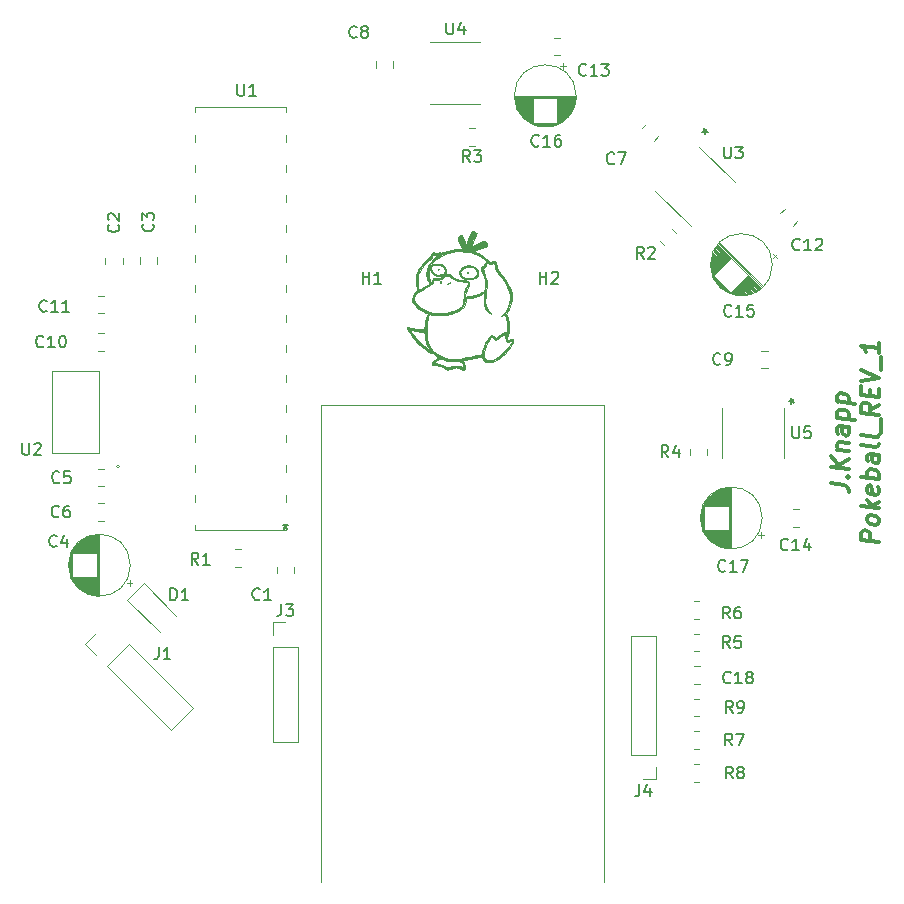
<source format=gbr>
G04 #@! TF.GenerationSoftware,KiCad,Pcbnew,(5.1.10)-1*
G04 #@! TF.CreationDate,2021-11-11T19:15:20-08:00*
G04 #@! TF.ProjectId,Pokeball,506f6b65-6261-46c6-9c2e-6b696361645f,rev?*
G04 #@! TF.SameCoordinates,Original*
G04 #@! TF.FileFunction,Legend,Top*
G04 #@! TF.FilePolarity,Positive*
%FSLAX46Y46*%
G04 Gerber Fmt 4.6, Leading zero omitted, Abs format (unit mm)*
G04 Created by KiCad (PCBNEW (5.1.10)-1) date 2021-11-11 19:15:20*
%MOMM*%
%LPD*%
G01*
G04 APERTURE LIST*
%ADD10C,0.300000*%
%ADD11C,0.120000*%
%ADD12C,0.010000*%
%ADD13C,0.150000*%
G04 APERTURE END LIST*
D10*
X191403571Y-94475714D02*
X192475000Y-94609642D01*
X192689285Y-94707857D01*
X192832142Y-94868571D01*
X192903571Y-95091785D01*
X192903571Y-95234642D01*
X192760714Y-93931071D02*
X192832142Y-93868571D01*
X192903571Y-93948928D01*
X192832142Y-94011428D01*
X192760714Y-93931071D01*
X192903571Y-93948928D01*
X192903571Y-93234642D02*
X191403571Y-93047142D01*
X192903571Y-92377500D02*
X192046428Y-92913214D01*
X191403571Y-92190000D02*
X192260714Y-93154285D01*
X191903571Y-91609642D02*
X192903571Y-91734642D01*
X192046428Y-91627500D02*
X191975000Y-91547142D01*
X191903571Y-91395357D01*
X191903571Y-91181071D01*
X191975000Y-91047142D01*
X192117857Y-90993571D01*
X192903571Y-91091785D01*
X192903571Y-89734642D02*
X192117857Y-89636428D01*
X191975000Y-89690000D01*
X191903571Y-89823928D01*
X191903571Y-90109642D01*
X191975000Y-90261428D01*
X192832142Y-89725714D02*
X192903571Y-89877500D01*
X192903571Y-90234642D01*
X192832142Y-90368571D01*
X192689285Y-90422142D01*
X192546428Y-90404285D01*
X192403571Y-90315000D01*
X192332142Y-90163214D01*
X192332142Y-89806071D01*
X192260714Y-89654285D01*
X191903571Y-88895357D02*
X193403571Y-89082857D01*
X191975000Y-88904285D02*
X191903571Y-88752500D01*
X191903571Y-88466785D01*
X191975000Y-88332857D01*
X192046428Y-88270357D01*
X192189285Y-88216785D01*
X192617857Y-88270357D01*
X192760714Y-88359642D01*
X192832142Y-88440000D01*
X192903571Y-88591785D01*
X192903571Y-88877500D01*
X192832142Y-89011428D01*
X191903571Y-87538214D02*
X193403571Y-87725714D01*
X191975000Y-87547142D02*
X191903571Y-87395357D01*
X191903571Y-87109642D01*
X191975000Y-86975714D01*
X192046428Y-86913214D01*
X192189285Y-86859642D01*
X192617857Y-86913214D01*
X192760714Y-87002500D01*
X192832142Y-87082857D01*
X192903571Y-87234642D01*
X192903571Y-87520357D01*
X192832142Y-87654285D01*
X195453571Y-99448928D02*
X193953571Y-99261428D01*
X193953571Y-98690000D01*
X194025000Y-98556071D01*
X194096428Y-98493571D01*
X194239285Y-98440000D01*
X194453571Y-98466785D01*
X194596428Y-98556071D01*
X194667857Y-98636428D01*
X194739285Y-98788214D01*
X194739285Y-99359642D01*
X195453571Y-97734642D02*
X195382142Y-97868571D01*
X195310714Y-97931071D01*
X195167857Y-97984642D01*
X194739285Y-97931071D01*
X194596428Y-97841785D01*
X194525000Y-97761428D01*
X194453571Y-97609642D01*
X194453571Y-97395357D01*
X194525000Y-97261428D01*
X194596428Y-97198928D01*
X194739285Y-97145357D01*
X195167857Y-97198928D01*
X195310714Y-97288214D01*
X195382142Y-97368571D01*
X195453571Y-97520357D01*
X195453571Y-97734642D01*
X195453571Y-96591785D02*
X193953571Y-96404285D01*
X194882142Y-96377500D02*
X195453571Y-96020357D01*
X194453571Y-95895357D02*
X195025000Y-96538214D01*
X195382142Y-94797142D02*
X195453571Y-94948928D01*
X195453571Y-95234642D01*
X195382142Y-95368571D01*
X195239285Y-95422142D01*
X194667857Y-95350714D01*
X194525000Y-95261428D01*
X194453571Y-95109642D01*
X194453571Y-94823928D01*
X194525000Y-94690000D01*
X194667857Y-94636428D01*
X194810714Y-94654285D01*
X194953571Y-95386428D01*
X195453571Y-94091785D02*
X193953571Y-93904285D01*
X194525000Y-93975714D02*
X194453571Y-93823928D01*
X194453571Y-93538214D01*
X194525000Y-93404285D01*
X194596428Y-93341785D01*
X194739285Y-93288214D01*
X195167857Y-93341785D01*
X195310714Y-93431071D01*
X195382142Y-93511428D01*
X195453571Y-93663214D01*
X195453571Y-93948928D01*
X195382142Y-94082857D01*
X195453571Y-92091785D02*
X194667857Y-91993571D01*
X194525000Y-92047142D01*
X194453571Y-92181071D01*
X194453571Y-92466785D01*
X194525000Y-92618571D01*
X195382142Y-92082857D02*
X195453571Y-92234642D01*
X195453571Y-92591785D01*
X195382142Y-92725714D01*
X195239285Y-92779285D01*
X195096428Y-92761428D01*
X194953571Y-92672142D01*
X194882142Y-92520357D01*
X194882142Y-92163214D01*
X194810714Y-92011428D01*
X195453571Y-91163214D02*
X195382142Y-91297142D01*
X195239285Y-91350714D01*
X193953571Y-91190000D01*
X195453571Y-90377500D02*
X195382142Y-90511428D01*
X195239285Y-90565000D01*
X193953571Y-90404285D01*
X195596428Y-90181071D02*
X195596428Y-89038214D01*
X195453571Y-87806071D02*
X194739285Y-88216785D01*
X195453571Y-88663214D02*
X193953571Y-88475714D01*
X193953571Y-87904285D01*
X194025000Y-87770357D01*
X194096428Y-87707857D01*
X194239285Y-87654285D01*
X194453571Y-87681071D01*
X194596428Y-87770357D01*
X194667857Y-87850714D01*
X194739285Y-88002500D01*
X194739285Y-88573928D01*
X194667857Y-87065000D02*
X194667857Y-86565000D01*
X195453571Y-86448928D02*
X195453571Y-87163214D01*
X193953571Y-86975714D01*
X193953571Y-86261428D01*
X193953571Y-85832857D02*
X195453571Y-85520357D01*
X193953571Y-84832857D01*
X195596428Y-84895357D02*
X195596428Y-83752500D01*
X195453571Y-82591785D02*
X195453571Y-83448928D01*
X195453571Y-83020357D02*
X193953571Y-82832857D01*
X194167857Y-83002500D01*
X194310714Y-83163214D01*
X194382142Y-83315000D01*
D11*
X148200000Y-87800000D02*
X148200000Y-128200000D01*
X172200000Y-87800000D02*
X172200000Y-128200000D01*
X148200000Y-87800000D02*
X172200000Y-87800000D01*
D12*
G04 #@! TO.C,G\u002A\u002A\u002A*
G36*
X161123304Y-73139413D02*
G01*
X161236480Y-73180305D01*
X161334635Y-73232509D01*
X161388535Y-73282979D01*
X161389859Y-73286016D01*
X161382931Y-73343270D01*
X161346282Y-73458224D01*
X161284462Y-73619528D01*
X161202019Y-73815831D01*
X161103499Y-74035783D01*
X161010231Y-74233447D01*
X160962197Y-74339066D01*
X160936773Y-74407794D01*
X160937900Y-74424307D01*
X160981688Y-74402847D01*
X161079450Y-74355632D01*
X161215613Y-74290168D01*
X161338573Y-74231212D01*
X161601252Y-74109895D01*
X161806221Y-74027293D01*
X161961897Y-73982507D01*
X162076700Y-73974637D01*
X162159047Y-74002784D01*
X162217355Y-74066049D01*
X162249573Y-74133874D01*
X162279458Y-74230946D01*
X162281152Y-74308524D01*
X162246614Y-74372684D01*
X162167800Y-74429499D01*
X162036669Y-74485044D01*
X161845177Y-74545392D01*
X161624046Y-74606310D01*
X161376543Y-74675281D01*
X161198369Y-74731472D01*
X161090920Y-74774276D01*
X161055590Y-74803091D01*
X161093773Y-74817309D01*
X161134034Y-74818786D01*
X161197891Y-74835425D01*
X161311870Y-74880306D01*
X161457820Y-74945879D01*
X161567150Y-74998976D01*
X161780810Y-75114833D01*
X161954941Y-75233755D01*
X162123067Y-75380112D01*
X162211745Y-75467534D01*
X162339312Y-75595579D01*
X162426811Y-75676817D01*
X162488095Y-75719529D01*
X162537022Y-75731994D01*
X162587445Y-75722491D01*
X162619681Y-75711319D01*
X162793130Y-75667860D01*
X162920911Y-75683607D01*
X163009234Y-75762577D01*
X163064305Y-75908785D01*
X163081523Y-76010018D01*
X163105240Y-76149284D01*
X163143577Y-76271422D01*
X163205603Y-76393255D01*
X163300389Y-76531607D01*
X163437004Y-76703301D01*
X163488673Y-76765220D01*
X163777306Y-77129603D01*
X164003655Y-77465017D01*
X164171927Y-77781503D01*
X164286327Y-78089100D01*
X164351059Y-78397849D01*
X164370330Y-78717790D01*
X164365800Y-78859320D01*
X164327042Y-79188966D01*
X164245843Y-79475727D01*
X164113696Y-79745932D01*
X164043444Y-79857103D01*
X163882993Y-80096786D01*
X163954415Y-80242535D01*
X164063042Y-80538386D01*
X164126949Y-80886448D01*
X164144325Y-81212965D01*
X164136231Y-81418725D01*
X164114183Y-81629930D01*
X164081533Y-81827603D01*
X164041633Y-81992768D01*
X163997836Y-82106451D01*
X163982244Y-82130518D01*
X163963181Y-82201336D01*
X163971489Y-82259551D01*
X164006892Y-82317851D01*
X164075337Y-82323526D01*
X164099939Y-82318449D01*
X164282461Y-82279817D01*
X164403853Y-82264951D01*
X164476253Y-82273654D01*
X164511799Y-82305733D01*
X164514419Y-82311799D01*
X164513514Y-82402441D01*
X164465743Y-82536994D01*
X164378388Y-82704507D01*
X164258730Y-82894024D01*
X164114050Y-83094592D01*
X163951632Y-83295258D01*
X163778756Y-83485067D01*
X163652595Y-83608216D01*
X163337997Y-83870446D01*
X163042919Y-84058888D01*
X162766328Y-84174048D01*
X162507189Y-84216436D01*
X162417916Y-84213973D01*
X162212665Y-84170703D01*
X162055750Y-84072968D01*
X161933453Y-83912041D01*
X161928088Y-83902338D01*
X161886749Y-83836197D01*
X161839026Y-83791654D01*
X161773051Y-83767990D01*
X161676959Y-83764488D01*
X161538883Y-83780429D01*
X161346956Y-83815096D01*
X161149555Y-83855230D01*
X160863225Y-83914945D01*
X160643889Y-83961526D01*
X160482970Y-83997053D01*
X160371893Y-84023609D01*
X160302081Y-84043276D01*
X160264958Y-84058138D01*
X160251948Y-84070275D01*
X160251457Y-84073295D01*
X160266568Y-84120125D01*
X160305708Y-84213914D01*
X160347438Y-84306234D01*
X160423839Y-84514257D01*
X160438211Y-84677309D01*
X160390583Y-84796141D01*
X160368074Y-84819865D01*
X160303710Y-84865417D01*
X160245255Y-84856401D01*
X160204265Y-84832096D01*
X160086032Y-84771991D01*
X159932048Y-84714229D01*
X159775029Y-84669346D01*
X159647688Y-84647879D01*
X159630528Y-84647314D01*
X159545832Y-84660469D01*
X159413904Y-84695459D01*
X159259120Y-84745568D01*
X159210789Y-84762944D01*
X159068725Y-84814892D01*
X158957493Y-84854748D01*
X158894284Y-84876389D01*
X158886242Y-84878574D01*
X158851374Y-84858163D01*
X158777020Y-84806978D01*
X158744334Y-84783495D01*
X158636579Y-84705152D01*
X158539225Y-84634192D01*
X158525163Y-84623917D01*
X158412094Y-84567329D01*
X158247468Y-84516730D01*
X158056812Y-84478047D01*
X157865655Y-84457207D01*
X157798448Y-84455200D01*
X157657148Y-84444402D01*
X157586674Y-84412495D01*
X157579445Y-84400458D01*
X157586788Y-84325496D01*
X157612271Y-84276874D01*
X157843881Y-84276874D01*
X157904976Y-84296811D01*
X157986469Y-84300425D01*
X158244439Y-84331620D01*
X158498104Y-84417800D01*
X158714931Y-84547860D01*
X158717662Y-84550029D01*
X158803984Y-84616453D01*
X158871772Y-84652461D01*
X158942592Y-84659068D01*
X159038009Y-84637285D01*
X159179591Y-84588127D01*
X159219462Y-84573598D01*
X159509850Y-84504519D01*
X159799773Y-84505263D01*
X160062325Y-84571640D01*
X160174211Y-84611856D01*
X160253738Y-84633180D01*
X160278421Y-84633198D01*
X160273665Y-84592048D01*
X160245184Y-84504674D01*
X160202404Y-84394448D01*
X160154749Y-84284740D01*
X160111643Y-84198921D01*
X160090347Y-84166814D01*
X160041810Y-84152863D01*
X159930978Y-84140022D01*
X159772643Y-84129460D01*
X159581598Y-84122346D01*
X159508863Y-84120873D01*
X159254947Y-84114057D01*
X159058297Y-84101309D01*
X158899181Y-84080435D01*
X158757871Y-84049243D01*
X158690455Y-84029927D01*
X158503173Y-83973975D01*
X158371340Y-83941449D01*
X158276722Y-83933132D01*
X158201083Y-83949807D01*
X158126186Y-83992256D01*
X158038124Y-84057932D01*
X157909213Y-84163265D01*
X157844879Y-84234302D01*
X157843881Y-84276874D01*
X157612271Y-84276874D01*
X157641607Y-84220902D01*
X157730745Y-84104640D01*
X157841042Y-83994677D01*
X157922705Y-83931800D01*
X158017618Y-83863723D01*
X158079174Y-83811168D01*
X158092188Y-83792870D01*
X158063137Y-83758142D01*
X157989894Y-83703857D01*
X157965233Y-83688121D01*
X157860115Y-83614023D01*
X157773409Y-83538141D01*
X157766544Y-83530804D01*
X157686775Y-83471580D01*
X157620302Y-83452473D01*
X157516398Y-83426900D01*
X157369578Y-83356046D01*
X157191857Y-83248716D01*
X156995249Y-83113712D01*
X156791771Y-82959836D01*
X156593437Y-82795890D01*
X156412263Y-82630678D01*
X156260264Y-82473002D01*
X156221472Y-82427666D01*
X156078523Y-82246721D01*
X155936144Y-82052507D01*
X155802276Y-81857414D01*
X155684858Y-81673831D01*
X155591829Y-81514148D01*
X155575647Y-81481252D01*
X155780440Y-81481252D01*
X155803289Y-81536990D01*
X155865259Y-81638799D01*
X155956487Y-81773226D01*
X156067109Y-81926823D01*
X156187262Y-82086136D01*
X156307083Y-82237716D01*
X156416708Y-82368110D01*
X156486479Y-82444094D01*
X156615597Y-82569916D01*
X156763316Y-82703475D01*
X156918047Y-82835540D01*
X157068198Y-82956881D01*
X157202180Y-83058267D01*
X157308403Y-83130468D01*
X157375277Y-83164252D01*
X157390280Y-83163900D01*
X157377178Y-83129552D01*
X157332990Y-83047100D01*
X157267115Y-82934035D01*
X157263647Y-82928268D01*
X157148607Y-82711602D01*
X157068881Y-82493585D01*
X157017423Y-82249403D01*
X156987213Y-81954597D01*
X156963086Y-81593747D01*
X156789468Y-81613316D01*
X156617055Y-81617593D01*
X156404413Y-81601308D01*
X156184337Y-81568589D01*
X156163861Y-81563854D01*
X157153144Y-81563854D01*
X157158756Y-81879998D01*
X157177209Y-82136422D01*
X157212497Y-82349983D01*
X157268612Y-82537537D01*
X157349548Y-82715942D01*
X157459299Y-82902055D01*
X157476454Y-82928557D01*
X157722984Y-83241137D01*
X158018336Y-83505181D01*
X158351064Y-83713360D01*
X158709725Y-83858349D01*
X159037345Y-83927804D01*
X159350546Y-83948370D01*
X159693901Y-83941334D01*
X160028005Y-83908457D01*
X160216699Y-83875117D01*
X160520692Y-83809987D01*
X160818763Y-83747329D01*
X161096751Y-83690033D01*
X161340496Y-83640990D01*
X161535837Y-83603089D01*
X161658285Y-83580938D01*
X161708651Y-83570661D01*
X162016065Y-83570661D01*
X162035994Y-83753568D01*
X162087701Y-83866297D01*
X162226409Y-83998504D01*
X162395817Y-84061346D01*
X162597892Y-84055261D01*
X162750091Y-84013706D01*
X162948570Y-83919982D01*
X163175071Y-83773880D01*
X163415637Y-83587676D01*
X163656310Y-83373646D01*
X163883135Y-83144068D01*
X164082155Y-82911218D01*
X164216516Y-82723812D01*
X164313988Y-82565817D01*
X164364918Y-82463103D01*
X164369696Y-82409797D01*
X164328710Y-82400026D01*
X164242352Y-82427917D01*
X164235976Y-82430560D01*
X164088284Y-82477354D01*
X163979212Y-82472360D01*
X163902070Y-82409646D01*
X163850166Y-82283280D01*
X163816812Y-82087329D01*
X163813434Y-82055897D01*
X163786917Y-81796347D01*
X163686182Y-81873764D01*
X163480728Y-82027837D01*
X163299970Y-82155929D01*
X163154290Y-82251042D01*
X163054067Y-82306175D01*
X163032715Y-82314410D01*
X162972516Y-82320299D01*
X162909682Y-82291015D01*
X162826159Y-82215957D01*
X162776721Y-82164110D01*
X162610940Y-81986089D01*
X162515212Y-82150768D01*
X162342752Y-82473201D01*
X162204445Y-82785085D01*
X162102453Y-83077741D01*
X162038939Y-83342493D01*
X162016065Y-83570661D01*
X161708651Y-83570661D01*
X161773260Y-83557478D01*
X161832428Y-83527514D01*
X161856593Y-83475978D01*
X161862496Y-83433027D01*
X161891664Y-83278508D01*
X161948402Y-83091173D01*
X162026595Y-82883237D01*
X162120130Y-82666913D01*
X162222893Y-82454415D01*
X162328768Y-82257956D01*
X162431643Y-82089750D01*
X162525403Y-81962011D01*
X162603935Y-81886953D01*
X162643833Y-81872200D01*
X162690244Y-81896196D01*
X162771441Y-81957869D01*
X162834996Y-82012718D01*
X162910867Y-82078130D01*
X162974136Y-82115331D01*
X163038502Y-82120861D01*
X163117664Y-82091260D01*
X163225323Y-82023067D01*
X163375178Y-81912822D01*
X163447636Y-81857969D01*
X163614264Y-81738104D01*
X163735157Y-81668701D01*
X163819952Y-81646593D01*
X163878287Y-81668613D01*
X163907575Y-81706848D01*
X163934868Y-81722277D01*
X163957713Y-81672571D01*
X163974790Y-81569618D01*
X163984780Y-81425305D01*
X163986366Y-81251519D01*
X163978640Y-81066240D01*
X163962674Y-80921601D01*
X163934428Y-80750835D01*
X163898298Y-80573367D01*
X163858684Y-80408621D01*
X163819983Y-80276021D01*
X163786593Y-80194990D01*
X163778961Y-80184367D01*
X163742906Y-80195053D01*
X163664522Y-80235181D01*
X163627203Y-80256596D01*
X163521328Y-80311388D01*
X163473133Y-80318654D01*
X163482139Y-80281459D01*
X163547866Y-80202871D01*
X163651243Y-80102824D01*
X163883124Y-79840146D01*
X164056517Y-79534882D01*
X164168341Y-79198036D01*
X164215519Y-78840615D01*
X164194972Y-78473622D01*
X164158380Y-78290141D01*
X164088915Y-78050607D01*
X164000959Y-77827487D01*
X163886601Y-77607120D01*
X163737927Y-77375847D01*
X163547027Y-77120004D01*
X163319818Y-76842307D01*
X163137620Y-76608640D01*
X163013167Y-76404267D01*
X162940029Y-76215778D01*
X162911774Y-76029760D01*
X162910941Y-75989634D01*
X162896776Y-75882388D01*
X162848010Y-75836880D01*
X162755239Y-75848537D01*
X162681358Y-75877969D01*
X162582033Y-75917475D01*
X162512404Y-75921678D01*
X162433849Y-75890978D01*
X162413771Y-75880738D01*
X162316706Y-75840750D01*
X162253149Y-75850449D01*
X162206793Y-75919327D01*
X162171672Y-76021616D01*
X162117698Y-76144143D01*
X162038830Y-76211570D01*
X162016436Y-76221165D01*
X161945008Y-76253092D01*
X161916420Y-76291322D01*
X161928770Y-76355386D01*
X161980151Y-76464812D01*
X161990656Y-76485463D01*
X162144725Y-76872162D01*
X162231650Y-77296504D01*
X162251391Y-77758189D01*
X162218975Y-78152777D01*
X162179428Y-78457021D01*
X162150544Y-78696483D01*
X162131751Y-78882643D01*
X162122478Y-79026985D01*
X162122157Y-79140988D01*
X162130217Y-79236134D01*
X162146087Y-79323905D01*
X162158295Y-79374592D01*
X162241724Y-79633650D01*
X162343798Y-79825265D01*
X162469364Y-79957838D01*
X162511863Y-79987058D01*
X162589517Y-80044199D01*
X162614284Y-80083350D01*
X162605471Y-80091828D01*
X162524971Y-80081984D01*
X162420765Y-80019074D01*
X162307925Y-79916655D01*
X162201525Y-79788281D01*
X162120804Y-79655964D01*
X162074421Y-79559707D01*
X162042453Y-79477119D01*
X162022223Y-79390573D01*
X162011053Y-79282439D01*
X162006266Y-79135090D01*
X162005183Y-78930898D01*
X162005175Y-78894730D01*
X162004411Y-78702652D01*
X162002316Y-78541621D01*
X161999183Y-78425551D01*
X161995304Y-78368359D01*
X161994003Y-78364761D01*
X161956268Y-78380659D01*
X161873165Y-78421009D01*
X161821298Y-78447173D01*
X161549838Y-78564418D01*
X161236143Y-78665435D01*
X160914861Y-78739625D01*
X160808410Y-78757093D01*
X160491063Y-78802977D01*
X160465052Y-79036754D01*
X160406616Y-79290504D01*
X160289731Y-79512147D01*
X160111778Y-79703467D01*
X159870139Y-79866249D01*
X159562193Y-80002276D01*
X159185322Y-80113334D01*
X158761632Y-80197244D01*
X158552260Y-80227190D01*
X158376027Y-80240674D01*
X158198046Y-80238631D01*
X157983433Y-80221993D01*
X157952223Y-80218927D01*
X157770317Y-80199603D01*
X157608126Y-80180252D01*
X157486525Y-80163484D01*
X157435267Y-80154345D01*
X157391639Y-80147091D01*
X157359646Y-80157330D01*
X157333320Y-80197393D01*
X157306696Y-80279612D01*
X157273805Y-80416317D01*
X157244315Y-80548959D01*
X157205083Y-80742787D01*
X157178503Y-80920511D01*
X157162430Y-81106030D01*
X157154716Y-81323245D01*
X157153144Y-81563854D01*
X156163861Y-81563854D01*
X155989625Y-81523563D01*
X155933238Y-81505555D01*
X155839989Y-81478848D01*
X155785904Y-81475345D01*
X155780440Y-81481252D01*
X155575647Y-81481252D01*
X155531128Y-81390754D01*
X155510637Y-81318370D01*
X155522413Y-81264812D01*
X155565268Y-81240163D01*
X155650491Y-81244186D01*
X155789373Y-81276644D01*
X155904584Y-81310100D01*
X156228687Y-81395219D01*
X156500197Y-81437910D01*
X156729880Y-81439648D01*
X156794579Y-81432056D01*
X156964936Y-81406509D01*
X156991563Y-81112667D01*
X157016779Y-80937402D01*
X157060702Y-80727012D01*
X157115245Y-80518656D01*
X157134566Y-80455523D01*
X157182497Y-80301613D01*
X157218182Y-80178683D01*
X157237149Y-80102652D01*
X157238377Y-80085915D01*
X157200561Y-80067500D01*
X157108939Y-80023037D01*
X156979081Y-79960078D01*
X156885683Y-79914819D01*
X156619653Y-79764012D01*
X156385006Y-79588234D01*
X156190603Y-79397272D01*
X156045309Y-79200915D01*
X155957987Y-79008951D01*
X155935821Y-78865827D01*
X155942406Y-78829817D01*
X156089148Y-78829817D01*
X156115127Y-78941032D01*
X156183712Y-79084256D01*
X156281890Y-79238118D01*
X156396650Y-79381249D01*
X156469397Y-79454306D01*
X156631844Y-79576700D01*
X156846273Y-79703923D01*
X157089273Y-79824730D01*
X157337435Y-79927875D01*
X157567348Y-80002112D01*
X157649788Y-80021359D01*
X157888355Y-80051120D01*
X158174799Y-80058558D01*
X158483524Y-80044674D01*
X158788933Y-80010469D01*
X159019885Y-79967747D01*
X159275144Y-79905928D01*
X159474975Y-79846771D01*
X159640311Y-79782393D01*
X159792086Y-79704910D01*
X159912636Y-79631515D01*
X160044339Y-79537270D01*
X160140275Y-79439258D01*
X160207009Y-79322385D01*
X160251104Y-79171556D01*
X160279125Y-78971676D01*
X160295219Y-78751748D01*
X160314549Y-78489558D01*
X160342294Y-78284041D01*
X160383800Y-78114846D01*
X160444410Y-77961619D01*
X160529469Y-77804010D01*
X160555316Y-77761317D01*
X160638120Y-77612253D01*
X160670897Y-77511419D01*
X160655353Y-77449895D01*
X160619380Y-77426465D01*
X160558913Y-77414972D01*
X160440688Y-77401177D01*
X160283913Y-77387115D01*
X160166497Y-77378530D01*
X159942600Y-77358639D01*
X159769966Y-77327053D01*
X159622806Y-77274333D01*
X159475329Y-77191042D01*
X159301746Y-77067741D01*
X159287048Y-77056686D01*
X159166147Y-76971765D01*
X159057330Y-76906001D01*
X158988417Y-76875166D01*
X158867073Y-76877987D01*
X158720097Y-76932167D01*
X158570156Y-77028984D01*
X158553879Y-77042347D01*
X158350526Y-77172413D01*
X158139288Y-77229515D01*
X157995535Y-77225553D01*
X157827444Y-77200346D01*
X157741636Y-77382896D01*
X157693919Y-77470512D01*
X157633098Y-77548600D01*
X157548834Y-77624728D01*
X157430792Y-77706465D01*
X157268634Y-77801378D01*
X157052024Y-77917038D01*
X156917466Y-77986343D01*
X156744347Y-78078340D01*
X156581901Y-78170837D01*
X156451733Y-78251211D01*
X156390530Y-78294173D01*
X156274056Y-78413158D01*
X156174758Y-78563897D01*
X156108254Y-78718632D01*
X156089148Y-78829817D01*
X155942406Y-78829817D01*
X155970966Y-78673646D01*
X156068324Y-78475088D01*
X156217749Y-78290351D01*
X156231923Y-78276510D01*
X156384249Y-78130441D01*
X156315937Y-77929621D01*
X156236101Y-77579650D01*
X156226909Y-77304826D01*
X156419066Y-77304826D01*
X156422996Y-77503946D01*
X156435101Y-77688360D01*
X156453442Y-77834064D01*
X156466547Y-77892632D01*
X156515745Y-78056464D01*
X156678062Y-77974514D01*
X156793109Y-77913980D01*
X156943624Y-77831542D01*
X157098545Y-77744232D01*
X157110182Y-77737556D01*
X157237292Y-77664133D01*
X157335957Y-77606397D01*
X157389304Y-77574244D01*
X157393825Y-77571172D01*
X157383021Y-77536006D01*
X157338769Y-77463457D01*
X157325428Y-77444302D01*
X157272908Y-77345557D01*
X157218575Y-77204218D01*
X157179941Y-77072511D01*
X157149800Y-76836884D01*
X157327224Y-76836884D01*
X157355872Y-77071616D01*
X157420068Y-77269413D01*
X157474859Y-77361203D01*
X157546858Y-77456124D01*
X157616451Y-77303388D01*
X157662061Y-77205709D01*
X157694068Y-77141544D01*
X157700046Y-77131381D01*
X157742613Y-77121950D01*
X157841708Y-77115082D01*
X157976782Y-77112136D01*
X157991390Y-77112109D01*
X158133467Y-77109917D01*
X158233406Y-77096836D01*
X158318965Y-77063111D01*
X158417901Y-76998986D01*
X158512321Y-76929029D01*
X158649335Y-76831602D01*
X158752369Y-76775552D01*
X158844612Y-76750548D01*
X158923230Y-76745948D01*
X159021411Y-76753649D01*
X159111647Y-76783661D01*
X159216710Y-76846348D01*
X159335121Y-76933401D01*
X159508617Y-77061682D01*
X159648653Y-77148683D01*
X159779798Y-77203872D01*
X159926620Y-77236715D01*
X160113688Y-77256679D01*
X160187962Y-77262022D01*
X160441950Y-77287770D01*
X160623888Y-77329439D01*
X160738129Y-77392716D01*
X160789029Y-77483286D01*
X160780940Y-77606835D01*
X160718217Y-77769047D01*
X160660642Y-77879270D01*
X160566724Y-78080437D01*
X160493875Y-78298158D01*
X160451329Y-78501673D01*
X160444173Y-78600519D01*
X160462444Y-78657900D01*
X160511624Y-78658436D01*
X160583937Y-78641521D01*
X160704111Y-78617528D01*
X160823436Y-78595699D01*
X161281530Y-78485201D01*
X161737103Y-78318374D01*
X161800920Y-78290109D01*
X161931422Y-78228955D01*
X162008270Y-78181293D01*
X162048216Y-78129223D01*
X162068010Y-78054842D01*
X162076731Y-77995348D01*
X162096939Y-77639253D01*
X162065876Y-77274929D01*
X161987344Y-76927189D01*
X161866658Y-76623802D01*
X161777101Y-76417913D01*
X161745270Y-76261955D01*
X161771255Y-76154667D01*
X161855146Y-76094790D01*
X161905145Y-76083804D01*
X161978843Y-76050800D01*
X162033490Y-75963807D01*
X162050115Y-75919825D01*
X162098094Y-75806095D01*
X162150824Y-75716057D01*
X162161613Y-75702777D01*
X162186896Y-75665168D01*
X162181004Y-75626731D01*
X162134698Y-75573785D01*
X162038739Y-75492647D01*
X161997371Y-75459556D01*
X161644349Y-75220338D01*
X161257512Y-75039730D01*
X160829672Y-74915302D01*
X160353642Y-74844623D01*
X160135827Y-74830303D01*
X159706095Y-74827674D01*
X159331898Y-74861314D01*
X158999970Y-74932727D01*
X158873179Y-74973215D01*
X158558846Y-75108391D01*
X158255214Y-75284989D01*
X157976272Y-75491777D01*
X157736010Y-75717524D01*
X157548417Y-75950996D01*
X157457348Y-76109985D01*
X157377683Y-76336178D01*
X157334402Y-76585108D01*
X157327224Y-76836884D01*
X157149800Y-76836884D01*
X157138508Y-76748619D01*
X157173895Y-76425377D01*
X157285839Y-76103712D01*
X157474073Y-75784552D01*
X157591766Y-75632132D01*
X157725002Y-75488455D01*
X157881550Y-75343219D01*
X158015992Y-75236472D01*
X158140920Y-75143959D01*
X158210683Y-75082788D01*
X158223150Y-75056356D01*
X158176187Y-75068060D01*
X158098531Y-75105018D01*
X157947510Y-75159529D01*
X157834414Y-75147443D01*
X157785041Y-75108285D01*
X157730962Y-75067842D01*
X157689538Y-75097298D01*
X157656993Y-75199920D01*
X157652397Y-75223138D01*
X157630303Y-75292186D01*
X157583872Y-75365349D01*
X157502995Y-75454236D01*
X157377567Y-75570455D01*
X157264708Y-75668422D01*
X156976212Y-75940026D01*
X156752862Y-76208676D01*
X156584461Y-76487726D01*
X156507877Y-76659783D01*
X156466026Y-76781419D01*
X156439464Y-76905126D01*
X156424994Y-77054126D01*
X156419420Y-77251636D01*
X156419066Y-77304826D01*
X156226909Y-77304826D01*
X156223750Y-77210405D01*
X156277611Y-76837462D01*
X156396412Y-76476399D01*
X156442899Y-76375996D01*
X156566351Y-76171059D01*
X156736836Y-75948184D01*
X156935335Y-75729167D01*
X157142827Y-75535809D01*
X157249731Y-75451338D01*
X157404351Y-75313471D01*
X157511310Y-75152557D01*
X157534906Y-75102472D01*
X157603254Y-74970887D01*
X157668979Y-74907932D01*
X157746140Y-74906976D01*
X157842659Y-74957334D01*
X157907096Y-74992362D01*
X157968614Y-74997395D01*
X158057884Y-74971984D01*
X158107579Y-74953444D01*
X158244219Y-74913823D01*
X158333579Y-74919796D01*
X158345632Y-74925553D01*
X158413828Y-74937888D01*
X158522468Y-74914110D01*
X158639630Y-74870749D01*
X158966996Y-74758986D01*
X159306230Y-74688610D01*
X159682295Y-74655020D01*
X159831525Y-74651046D01*
X160278816Y-74645341D01*
X160192299Y-74529712D01*
X160082957Y-74364301D01*
X159984782Y-74180562D01*
X159903953Y-73994696D01*
X159846649Y-73822903D01*
X159819048Y-73681382D01*
X159827329Y-73586334D01*
X159830212Y-73580300D01*
X159893990Y-73505103D01*
X159981816Y-73448815D01*
X160067900Y-73423458D01*
X160126456Y-73441053D01*
X160127133Y-73441880D01*
X160196570Y-73553135D01*
X160279810Y-73726571D01*
X160371110Y-73949803D01*
X160406345Y-74044075D01*
X160510461Y-74329304D01*
X160654908Y-73870631D01*
X160742598Y-73602268D01*
X160816252Y-73401476D01*
X160879552Y-73260800D01*
X160936180Y-73172789D01*
X160989819Y-73129990D01*
X161024343Y-73122883D01*
X161123304Y-73139413D01*
G37*
X161123304Y-73139413D02*
X161236480Y-73180305D01*
X161334635Y-73232509D01*
X161388535Y-73282979D01*
X161389859Y-73286016D01*
X161382931Y-73343270D01*
X161346282Y-73458224D01*
X161284462Y-73619528D01*
X161202019Y-73815831D01*
X161103499Y-74035783D01*
X161010231Y-74233447D01*
X160962197Y-74339066D01*
X160936773Y-74407794D01*
X160937900Y-74424307D01*
X160981688Y-74402847D01*
X161079450Y-74355632D01*
X161215613Y-74290168D01*
X161338573Y-74231212D01*
X161601252Y-74109895D01*
X161806221Y-74027293D01*
X161961897Y-73982507D01*
X162076700Y-73974637D01*
X162159047Y-74002784D01*
X162217355Y-74066049D01*
X162249573Y-74133874D01*
X162279458Y-74230946D01*
X162281152Y-74308524D01*
X162246614Y-74372684D01*
X162167800Y-74429499D01*
X162036669Y-74485044D01*
X161845177Y-74545392D01*
X161624046Y-74606310D01*
X161376543Y-74675281D01*
X161198369Y-74731472D01*
X161090920Y-74774276D01*
X161055590Y-74803091D01*
X161093773Y-74817309D01*
X161134034Y-74818786D01*
X161197891Y-74835425D01*
X161311870Y-74880306D01*
X161457820Y-74945879D01*
X161567150Y-74998976D01*
X161780810Y-75114833D01*
X161954941Y-75233755D01*
X162123067Y-75380112D01*
X162211745Y-75467534D01*
X162339312Y-75595579D01*
X162426811Y-75676817D01*
X162488095Y-75719529D01*
X162537022Y-75731994D01*
X162587445Y-75722491D01*
X162619681Y-75711319D01*
X162793130Y-75667860D01*
X162920911Y-75683607D01*
X163009234Y-75762577D01*
X163064305Y-75908785D01*
X163081523Y-76010018D01*
X163105240Y-76149284D01*
X163143577Y-76271422D01*
X163205603Y-76393255D01*
X163300389Y-76531607D01*
X163437004Y-76703301D01*
X163488673Y-76765220D01*
X163777306Y-77129603D01*
X164003655Y-77465017D01*
X164171927Y-77781503D01*
X164286327Y-78089100D01*
X164351059Y-78397849D01*
X164370330Y-78717790D01*
X164365800Y-78859320D01*
X164327042Y-79188966D01*
X164245843Y-79475727D01*
X164113696Y-79745932D01*
X164043444Y-79857103D01*
X163882993Y-80096786D01*
X163954415Y-80242535D01*
X164063042Y-80538386D01*
X164126949Y-80886448D01*
X164144325Y-81212965D01*
X164136231Y-81418725D01*
X164114183Y-81629930D01*
X164081533Y-81827603D01*
X164041633Y-81992768D01*
X163997836Y-82106451D01*
X163982244Y-82130518D01*
X163963181Y-82201336D01*
X163971489Y-82259551D01*
X164006892Y-82317851D01*
X164075337Y-82323526D01*
X164099939Y-82318449D01*
X164282461Y-82279817D01*
X164403853Y-82264951D01*
X164476253Y-82273654D01*
X164511799Y-82305733D01*
X164514419Y-82311799D01*
X164513514Y-82402441D01*
X164465743Y-82536994D01*
X164378388Y-82704507D01*
X164258730Y-82894024D01*
X164114050Y-83094592D01*
X163951632Y-83295258D01*
X163778756Y-83485067D01*
X163652595Y-83608216D01*
X163337997Y-83870446D01*
X163042919Y-84058888D01*
X162766328Y-84174048D01*
X162507189Y-84216436D01*
X162417916Y-84213973D01*
X162212665Y-84170703D01*
X162055750Y-84072968D01*
X161933453Y-83912041D01*
X161928088Y-83902338D01*
X161886749Y-83836197D01*
X161839026Y-83791654D01*
X161773051Y-83767990D01*
X161676959Y-83764488D01*
X161538883Y-83780429D01*
X161346956Y-83815096D01*
X161149555Y-83855230D01*
X160863225Y-83914945D01*
X160643889Y-83961526D01*
X160482970Y-83997053D01*
X160371893Y-84023609D01*
X160302081Y-84043276D01*
X160264958Y-84058138D01*
X160251948Y-84070275D01*
X160251457Y-84073295D01*
X160266568Y-84120125D01*
X160305708Y-84213914D01*
X160347438Y-84306234D01*
X160423839Y-84514257D01*
X160438211Y-84677309D01*
X160390583Y-84796141D01*
X160368074Y-84819865D01*
X160303710Y-84865417D01*
X160245255Y-84856401D01*
X160204265Y-84832096D01*
X160086032Y-84771991D01*
X159932048Y-84714229D01*
X159775029Y-84669346D01*
X159647688Y-84647879D01*
X159630528Y-84647314D01*
X159545832Y-84660469D01*
X159413904Y-84695459D01*
X159259120Y-84745568D01*
X159210789Y-84762944D01*
X159068725Y-84814892D01*
X158957493Y-84854748D01*
X158894284Y-84876389D01*
X158886242Y-84878574D01*
X158851374Y-84858163D01*
X158777020Y-84806978D01*
X158744334Y-84783495D01*
X158636579Y-84705152D01*
X158539225Y-84634192D01*
X158525163Y-84623917D01*
X158412094Y-84567329D01*
X158247468Y-84516730D01*
X158056812Y-84478047D01*
X157865655Y-84457207D01*
X157798448Y-84455200D01*
X157657148Y-84444402D01*
X157586674Y-84412495D01*
X157579445Y-84400458D01*
X157586788Y-84325496D01*
X157612271Y-84276874D01*
X157843881Y-84276874D01*
X157904976Y-84296811D01*
X157986469Y-84300425D01*
X158244439Y-84331620D01*
X158498104Y-84417800D01*
X158714931Y-84547860D01*
X158717662Y-84550029D01*
X158803984Y-84616453D01*
X158871772Y-84652461D01*
X158942592Y-84659068D01*
X159038009Y-84637285D01*
X159179591Y-84588127D01*
X159219462Y-84573598D01*
X159509850Y-84504519D01*
X159799773Y-84505263D01*
X160062325Y-84571640D01*
X160174211Y-84611856D01*
X160253738Y-84633180D01*
X160278421Y-84633198D01*
X160273665Y-84592048D01*
X160245184Y-84504674D01*
X160202404Y-84394448D01*
X160154749Y-84284740D01*
X160111643Y-84198921D01*
X160090347Y-84166814D01*
X160041810Y-84152863D01*
X159930978Y-84140022D01*
X159772643Y-84129460D01*
X159581598Y-84122346D01*
X159508863Y-84120873D01*
X159254947Y-84114057D01*
X159058297Y-84101309D01*
X158899181Y-84080435D01*
X158757871Y-84049243D01*
X158690455Y-84029927D01*
X158503173Y-83973975D01*
X158371340Y-83941449D01*
X158276722Y-83933132D01*
X158201083Y-83949807D01*
X158126186Y-83992256D01*
X158038124Y-84057932D01*
X157909213Y-84163265D01*
X157844879Y-84234302D01*
X157843881Y-84276874D01*
X157612271Y-84276874D01*
X157641607Y-84220902D01*
X157730745Y-84104640D01*
X157841042Y-83994677D01*
X157922705Y-83931800D01*
X158017618Y-83863723D01*
X158079174Y-83811168D01*
X158092188Y-83792870D01*
X158063137Y-83758142D01*
X157989894Y-83703857D01*
X157965233Y-83688121D01*
X157860115Y-83614023D01*
X157773409Y-83538141D01*
X157766544Y-83530804D01*
X157686775Y-83471580D01*
X157620302Y-83452473D01*
X157516398Y-83426900D01*
X157369578Y-83356046D01*
X157191857Y-83248716D01*
X156995249Y-83113712D01*
X156791771Y-82959836D01*
X156593437Y-82795890D01*
X156412263Y-82630678D01*
X156260264Y-82473002D01*
X156221472Y-82427666D01*
X156078523Y-82246721D01*
X155936144Y-82052507D01*
X155802276Y-81857414D01*
X155684858Y-81673831D01*
X155591829Y-81514148D01*
X155575647Y-81481252D01*
X155780440Y-81481252D01*
X155803289Y-81536990D01*
X155865259Y-81638799D01*
X155956487Y-81773226D01*
X156067109Y-81926823D01*
X156187262Y-82086136D01*
X156307083Y-82237716D01*
X156416708Y-82368110D01*
X156486479Y-82444094D01*
X156615597Y-82569916D01*
X156763316Y-82703475D01*
X156918047Y-82835540D01*
X157068198Y-82956881D01*
X157202180Y-83058267D01*
X157308403Y-83130468D01*
X157375277Y-83164252D01*
X157390280Y-83163900D01*
X157377178Y-83129552D01*
X157332990Y-83047100D01*
X157267115Y-82934035D01*
X157263647Y-82928268D01*
X157148607Y-82711602D01*
X157068881Y-82493585D01*
X157017423Y-82249403D01*
X156987213Y-81954597D01*
X156963086Y-81593747D01*
X156789468Y-81613316D01*
X156617055Y-81617593D01*
X156404413Y-81601308D01*
X156184337Y-81568589D01*
X156163861Y-81563854D01*
X157153144Y-81563854D01*
X157158756Y-81879998D01*
X157177209Y-82136422D01*
X157212497Y-82349983D01*
X157268612Y-82537537D01*
X157349548Y-82715942D01*
X157459299Y-82902055D01*
X157476454Y-82928557D01*
X157722984Y-83241137D01*
X158018336Y-83505181D01*
X158351064Y-83713360D01*
X158709725Y-83858349D01*
X159037345Y-83927804D01*
X159350546Y-83948370D01*
X159693901Y-83941334D01*
X160028005Y-83908457D01*
X160216699Y-83875117D01*
X160520692Y-83809987D01*
X160818763Y-83747329D01*
X161096751Y-83690033D01*
X161340496Y-83640990D01*
X161535837Y-83603089D01*
X161658285Y-83580938D01*
X161708651Y-83570661D01*
X162016065Y-83570661D01*
X162035994Y-83753568D01*
X162087701Y-83866297D01*
X162226409Y-83998504D01*
X162395817Y-84061346D01*
X162597892Y-84055261D01*
X162750091Y-84013706D01*
X162948570Y-83919982D01*
X163175071Y-83773880D01*
X163415637Y-83587676D01*
X163656310Y-83373646D01*
X163883135Y-83144068D01*
X164082155Y-82911218D01*
X164216516Y-82723812D01*
X164313988Y-82565817D01*
X164364918Y-82463103D01*
X164369696Y-82409797D01*
X164328710Y-82400026D01*
X164242352Y-82427917D01*
X164235976Y-82430560D01*
X164088284Y-82477354D01*
X163979212Y-82472360D01*
X163902070Y-82409646D01*
X163850166Y-82283280D01*
X163816812Y-82087329D01*
X163813434Y-82055897D01*
X163786917Y-81796347D01*
X163686182Y-81873764D01*
X163480728Y-82027837D01*
X163299970Y-82155929D01*
X163154290Y-82251042D01*
X163054067Y-82306175D01*
X163032715Y-82314410D01*
X162972516Y-82320299D01*
X162909682Y-82291015D01*
X162826159Y-82215957D01*
X162776721Y-82164110D01*
X162610940Y-81986089D01*
X162515212Y-82150768D01*
X162342752Y-82473201D01*
X162204445Y-82785085D01*
X162102453Y-83077741D01*
X162038939Y-83342493D01*
X162016065Y-83570661D01*
X161708651Y-83570661D01*
X161773260Y-83557478D01*
X161832428Y-83527514D01*
X161856593Y-83475978D01*
X161862496Y-83433027D01*
X161891664Y-83278508D01*
X161948402Y-83091173D01*
X162026595Y-82883237D01*
X162120130Y-82666913D01*
X162222893Y-82454415D01*
X162328768Y-82257956D01*
X162431643Y-82089750D01*
X162525403Y-81962011D01*
X162603935Y-81886953D01*
X162643833Y-81872200D01*
X162690244Y-81896196D01*
X162771441Y-81957869D01*
X162834996Y-82012718D01*
X162910867Y-82078130D01*
X162974136Y-82115331D01*
X163038502Y-82120861D01*
X163117664Y-82091260D01*
X163225323Y-82023067D01*
X163375178Y-81912822D01*
X163447636Y-81857969D01*
X163614264Y-81738104D01*
X163735157Y-81668701D01*
X163819952Y-81646593D01*
X163878287Y-81668613D01*
X163907575Y-81706848D01*
X163934868Y-81722277D01*
X163957713Y-81672571D01*
X163974790Y-81569618D01*
X163984780Y-81425305D01*
X163986366Y-81251519D01*
X163978640Y-81066240D01*
X163962674Y-80921601D01*
X163934428Y-80750835D01*
X163898298Y-80573367D01*
X163858684Y-80408621D01*
X163819983Y-80276021D01*
X163786593Y-80194990D01*
X163778961Y-80184367D01*
X163742906Y-80195053D01*
X163664522Y-80235181D01*
X163627203Y-80256596D01*
X163521328Y-80311388D01*
X163473133Y-80318654D01*
X163482139Y-80281459D01*
X163547866Y-80202871D01*
X163651243Y-80102824D01*
X163883124Y-79840146D01*
X164056517Y-79534882D01*
X164168341Y-79198036D01*
X164215519Y-78840615D01*
X164194972Y-78473622D01*
X164158380Y-78290141D01*
X164088915Y-78050607D01*
X164000959Y-77827487D01*
X163886601Y-77607120D01*
X163737927Y-77375847D01*
X163547027Y-77120004D01*
X163319818Y-76842307D01*
X163137620Y-76608640D01*
X163013167Y-76404267D01*
X162940029Y-76215778D01*
X162911774Y-76029760D01*
X162910941Y-75989634D01*
X162896776Y-75882388D01*
X162848010Y-75836880D01*
X162755239Y-75848537D01*
X162681358Y-75877969D01*
X162582033Y-75917475D01*
X162512404Y-75921678D01*
X162433849Y-75890978D01*
X162413771Y-75880738D01*
X162316706Y-75840750D01*
X162253149Y-75850449D01*
X162206793Y-75919327D01*
X162171672Y-76021616D01*
X162117698Y-76144143D01*
X162038830Y-76211570D01*
X162016436Y-76221165D01*
X161945008Y-76253092D01*
X161916420Y-76291322D01*
X161928770Y-76355386D01*
X161980151Y-76464812D01*
X161990656Y-76485463D01*
X162144725Y-76872162D01*
X162231650Y-77296504D01*
X162251391Y-77758189D01*
X162218975Y-78152777D01*
X162179428Y-78457021D01*
X162150544Y-78696483D01*
X162131751Y-78882643D01*
X162122478Y-79026985D01*
X162122157Y-79140988D01*
X162130217Y-79236134D01*
X162146087Y-79323905D01*
X162158295Y-79374592D01*
X162241724Y-79633650D01*
X162343798Y-79825265D01*
X162469364Y-79957838D01*
X162511863Y-79987058D01*
X162589517Y-80044199D01*
X162614284Y-80083350D01*
X162605471Y-80091828D01*
X162524971Y-80081984D01*
X162420765Y-80019074D01*
X162307925Y-79916655D01*
X162201525Y-79788281D01*
X162120804Y-79655964D01*
X162074421Y-79559707D01*
X162042453Y-79477119D01*
X162022223Y-79390573D01*
X162011053Y-79282439D01*
X162006266Y-79135090D01*
X162005183Y-78930898D01*
X162005175Y-78894730D01*
X162004411Y-78702652D01*
X162002316Y-78541621D01*
X161999183Y-78425551D01*
X161995304Y-78368359D01*
X161994003Y-78364761D01*
X161956268Y-78380659D01*
X161873165Y-78421009D01*
X161821298Y-78447173D01*
X161549838Y-78564418D01*
X161236143Y-78665435D01*
X160914861Y-78739625D01*
X160808410Y-78757093D01*
X160491063Y-78802977D01*
X160465052Y-79036754D01*
X160406616Y-79290504D01*
X160289731Y-79512147D01*
X160111778Y-79703467D01*
X159870139Y-79866249D01*
X159562193Y-80002276D01*
X159185322Y-80113334D01*
X158761632Y-80197244D01*
X158552260Y-80227190D01*
X158376027Y-80240674D01*
X158198046Y-80238631D01*
X157983433Y-80221993D01*
X157952223Y-80218927D01*
X157770317Y-80199603D01*
X157608126Y-80180252D01*
X157486525Y-80163484D01*
X157435267Y-80154345D01*
X157391639Y-80147091D01*
X157359646Y-80157330D01*
X157333320Y-80197393D01*
X157306696Y-80279612D01*
X157273805Y-80416317D01*
X157244315Y-80548959D01*
X157205083Y-80742787D01*
X157178503Y-80920511D01*
X157162430Y-81106030D01*
X157154716Y-81323245D01*
X157153144Y-81563854D01*
X156163861Y-81563854D01*
X155989625Y-81523563D01*
X155933238Y-81505555D01*
X155839989Y-81478848D01*
X155785904Y-81475345D01*
X155780440Y-81481252D01*
X155575647Y-81481252D01*
X155531128Y-81390754D01*
X155510637Y-81318370D01*
X155522413Y-81264812D01*
X155565268Y-81240163D01*
X155650491Y-81244186D01*
X155789373Y-81276644D01*
X155904584Y-81310100D01*
X156228687Y-81395219D01*
X156500197Y-81437910D01*
X156729880Y-81439648D01*
X156794579Y-81432056D01*
X156964936Y-81406509D01*
X156991563Y-81112667D01*
X157016779Y-80937402D01*
X157060702Y-80727012D01*
X157115245Y-80518656D01*
X157134566Y-80455523D01*
X157182497Y-80301613D01*
X157218182Y-80178683D01*
X157237149Y-80102652D01*
X157238377Y-80085915D01*
X157200561Y-80067500D01*
X157108939Y-80023037D01*
X156979081Y-79960078D01*
X156885683Y-79914819D01*
X156619653Y-79764012D01*
X156385006Y-79588234D01*
X156190603Y-79397272D01*
X156045309Y-79200915D01*
X155957987Y-79008951D01*
X155935821Y-78865827D01*
X155942406Y-78829817D01*
X156089148Y-78829817D01*
X156115127Y-78941032D01*
X156183712Y-79084256D01*
X156281890Y-79238118D01*
X156396650Y-79381249D01*
X156469397Y-79454306D01*
X156631844Y-79576700D01*
X156846273Y-79703923D01*
X157089273Y-79824730D01*
X157337435Y-79927875D01*
X157567348Y-80002112D01*
X157649788Y-80021359D01*
X157888355Y-80051120D01*
X158174799Y-80058558D01*
X158483524Y-80044674D01*
X158788933Y-80010469D01*
X159019885Y-79967747D01*
X159275144Y-79905928D01*
X159474975Y-79846771D01*
X159640311Y-79782393D01*
X159792086Y-79704910D01*
X159912636Y-79631515D01*
X160044339Y-79537270D01*
X160140275Y-79439258D01*
X160207009Y-79322385D01*
X160251104Y-79171556D01*
X160279125Y-78971676D01*
X160295219Y-78751748D01*
X160314549Y-78489558D01*
X160342294Y-78284041D01*
X160383800Y-78114846D01*
X160444410Y-77961619D01*
X160529469Y-77804010D01*
X160555316Y-77761317D01*
X160638120Y-77612253D01*
X160670897Y-77511419D01*
X160655353Y-77449895D01*
X160619380Y-77426465D01*
X160558913Y-77414972D01*
X160440688Y-77401177D01*
X160283913Y-77387115D01*
X160166497Y-77378530D01*
X159942600Y-77358639D01*
X159769966Y-77327053D01*
X159622806Y-77274333D01*
X159475329Y-77191042D01*
X159301746Y-77067741D01*
X159287048Y-77056686D01*
X159166147Y-76971765D01*
X159057330Y-76906001D01*
X158988417Y-76875166D01*
X158867073Y-76877987D01*
X158720097Y-76932167D01*
X158570156Y-77028984D01*
X158553879Y-77042347D01*
X158350526Y-77172413D01*
X158139288Y-77229515D01*
X157995535Y-77225553D01*
X157827444Y-77200346D01*
X157741636Y-77382896D01*
X157693919Y-77470512D01*
X157633098Y-77548600D01*
X157548834Y-77624728D01*
X157430792Y-77706465D01*
X157268634Y-77801378D01*
X157052024Y-77917038D01*
X156917466Y-77986343D01*
X156744347Y-78078340D01*
X156581901Y-78170837D01*
X156451733Y-78251211D01*
X156390530Y-78294173D01*
X156274056Y-78413158D01*
X156174758Y-78563897D01*
X156108254Y-78718632D01*
X156089148Y-78829817D01*
X155942406Y-78829817D01*
X155970966Y-78673646D01*
X156068324Y-78475088D01*
X156217749Y-78290351D01*
X156231923Y-78276510D01*
X156384249Y-78130441D01*
X156315937Y-77929621D01*
X156236101Y-77579650D01*
X156226909Y-77304826D01*
X156419066Y-77304826D01*
X156422996Y-77503946D01*
X156435101Y-77688360D01*
X156453442Y-77834064D01*
X156466547Y-77892632D01*
X156515745Y-78056464D01*
X156678062Y-77974514D01*
X156793109Y-77913980D01*
X156943624Y-77831542D01*
X157098545Y-77744232D01*
X157110182Y-77737556D01*
X157237292Y-77664133D01*
X157335957Y-77606397D01*
X157389304Y-77574244D01*
X157393825Y-77571172D01*
X157383021Y-77536006D01*
X157338769Y-77463457D01*
X157325428Y-77444302D01*
X157272908Y-77345557D01*
X157218575Y-77204218D01*
X157179941Y-77072511D01*
X157149800Y-76836884D01*
X157327224Y-76836884D01*
X157355872Y-77071616D01*
X157420068Y-77269413D01*
X157474859Y-77361203D01*
X157546858Y-77456124D01*
X157616451Y-77303388D01*
X157662061Y-77205709D01*
X157694068Y-77141544D01*
X157700046Y-77131381D01*
X157742613Y-77121950D01*
X157841708Y-77115082D01*
X157976782Y-77112136D01*
X157991390Y-77112109D01*
X158133467Y-77109917D01*
X158233406Y-77096836D01*
X158318965Y-77063111D01*
X158417901Y-76998986D01*
X158512321Y-76929029D01*
X158649335Y-76831602D01*
X158752369Y-76775552D01*
X158844612Y-76750548D01*
X158923230Y-76745948D01*
X159021411Y-76753649D01*
X159111647Y-76783661D01*
X159216710Y-76846348D01*
X159335121Y-76933401D01*
X159508617Y-77061682D01*
X159648653Y-77148683D01*
X159779798Y-77203872D01*
X159926620Y-77236715D01*
X160113688Y-77256679D01*
X160187962Y-77262022D01*
X160441950Y-77287770D01*
X160623888Y-77329439D01*
X160738129Y-77392716D01*
X160789029Y-77483286D01*
X160780940Y-77606835D01*
X160718217Y-77769047D01*
X160660642Y-77879270D01*
X160566724Y-78080437D01*
X160493875Y-78298158D01*
X160451329Y-78501673D01*
X160444173Y-78600519D01*
X160462444Y-78657900D01*
X160511624Y-78658436D01*
X160583937Y-78641521D01*
X160704111Y-78617528D01*
X160823436Y-78595699D01*
X161281530Y-78485201D01*
X161737103Y-78318374D01*
X161800920Y-78290109D01*
X161931422Y-78228955D01*
X162008270Y-78181293D01*
X162048216Y-78129223D01*
X162068010Y-78054842D01*
X162076731Y-77995348D01*
X162096939Y-77639253D01*
X162065876Y-77274929D01*
X161987344Y-76927189D01*
X161866658Y-76623802D01*
X161777101Y-76417913D01*
X161745270Y-76261955D01*
X161771255Y-76154667D01*
X161855146Y-76094790D01*
X161905145Y-76083804D01*
X161978843Y-76050800D01*
X162033490Y-75963807D01*
X162050115Y-75919825D01*
X162098094Y-75806095D01*
X162150824Y-75716057D01*
X162161613Y-75702777D01*
X162186896Y-75665168D01*
X162181004Y-75626731D01*
X162134698Y-75573785D01*
X162038739Y-75492647D01*
X161997371Y-75459556D01*
X161644349Y-75220338D01*
X161257512Y-75039730D01*
X160829672Y-74915302D01*
X160353642Y-74844623D01*
X160135827Y-74830303D01*
X159706095Y-74827674D01*
X159331898Y-74861314D01*
X158999970Y-74932727D01*
X158873179Y-74973215D01*
X158558846Y-75108391D01*
X158255214Y-75284989D01*
X157976272Y-75491777D01*
X157736010Y-75717524D01*
X157548417Y-75950996D01*
X157457348Y-76109985D01*
X157377683Y-76336178D01*
X157334402Y-76585108D01*
X157327224Y-76836884D01*
X157149800Y-76836884D01*
X157138508Y-76748619D01*
X157173895Y-76425377D01*
X157285839Y-76103712D01*
X157474073Y-75784552D01*
X157591766Y-75632132D01*
X157725002Y-75488455D01*
X157881550Y-75343219D01*
X158015992Y-75236472D01*
X158140920Y-75143959D01*
X158210683Y-75082788D01*
X158223150Y-75056356D01*
X158176187Y-75068060D01*
X158098531Y-75105018D01*
X157947510Y-75159529D01*
X157834414Y-75147443D01*
X157785041Y-75108285D01*
X157730962Y-75067842D01*
X157689538Y-75097298D01*
X157656993Y-75199920D01*
X157652397Y-75223138D01*
X157630303Y-75292186D01*
X157583872Y-75365349D01*
X157502995Y-75454236D01*
X157377567Y-75570455D01*
X157264708Y-75668422D01*
X156976212Y-75940026D01*
X156752862Y-76208676D01*
X156584461Y-76487726D01*
X156507877Y-76659783D01*
X156466026Y-76781419D01*
X156439464Y-76905126D01*
X156424994Y-77054126D01*
X156419420Y-77251636D01*
X156419066Y-77304826D01*
X156226909Y-77304826D01*
X156223750Y-77210405D01*
X156277611Y-76837462D01*
X156396412Y-76476399D01*
X156442899Y-76375996D01*
X156566351Y-76171059D01*
X156736836Y-75948184D01*
X156935335Y-75729167D01*
X157142827Y-75535809D01*
X157249731Y-75451338D01*
X157404351Y-75313471D01*
X157511310Y-75152557D01*
X157534906Y-75102472D01*
X157603254Y-74970887D01*
X157668979Y-74907932D01*
X157746140Y-74906976D01*
X157842659Y-74957334D01*
X157907096Y-74992362D01*
X157968614Y-74997395D01*
X158057884Y-74971984D01*
X158107579Y-74953444D01*
X158244219Y-74913823D01*
X158333579Y-74919796D01*
X158345632Y-74925553D01*
X158413828Y-74937888D01*
X158522468Y-74914110D01*
X158639630Y-74870749D01*
X158966996Y-74758986D01*
X159306230Y-74688610D01*
X159682295Y-74655020D01*
X159831525Y-74651046D01*
X160278816Y-74645341D01*
X160192299Y-74529712D01*
X160082957Y-74364301D01*
X159984782Y-74180562D01*
X159903953Y-73994696D01*
X159846649Y-73822903D01*
X159819048Y-73681382D01*
X159827329Y-73586334D01*
X159830212Y-73580300D01*
X159893990Y-73505103D01*
X159981816Y-73448815D01*
X160067900Y-73423458D01*
X160126456Y-73441053D01*
X160127133Y-73441880D01*
X160196570Y-73553135D01*
X160279810Y-73726571D01*
X160371110Y-73949803D01*
X160406345Y-74044075D01*
X160510461Y-74329304D01*
X160654908Y-73870631D01*
X160742598Y-73602268D01*
X160816252Y-73401476D01*
X160879552Y-73260800D01*
X160936180Y-73172789D01*
X160989819Y-73129990D01*
X161024343Y-73122883D01*
X161123304Y-73139413D01*
G36*
X159147352Y-77450911D02*
G01*
X159146856Y-77475401D01*
X159090547Y-77517580D01*
X159068166Y-77529872D01*
X158964845Y-77576614D01*
X158903070Y-77592197D01*
X158892089Y-77578100D01*
X158941146Y-77535803D01*
X158973907Y-77514795D01*
X159067367Y-77467664D01*
X159137204Y-77449511D01*
X159147352Y-77450911D01*
G37*
X159147352Y-77450911D02*
X159146856Y-77475401D01*
X159090547Y-77517580D01*
X159068166Y-77529872D01*
X158964845Y-77576614D01*
X158903070Y-77592197D01*
X158892089Y-77578100D01*
X158941146Y-77535803D01*
X158973907Y-77514795D01*
X159067367Y-77467664D01*
X159137204Y-77449511D01*
X159147352Y-77450911D01*
G36*
X158392063Y-77357011D02*
G01*
X158401381Y-77418181D01*
X158387170Y-77499792D01*
X158362838Y-77536085D01*
X158335540Y-77521024D01*
X158324313Y-77446035D01*
X158324294Y-77442002D01*
X158335260Y-77359836D01*
X158361752Y-77324144D01*
X158362838Y-77324097D01*
X158392063Y-77357011D01*
G37*
X158392063Y-77357011D02*
X158401381Y-77418181D01*
X158387170Y-77499792D01*
X158362838Y-77536085D01*
X158335540Y-77521024D01*
X158324313Y-77446035D01*
X158324294Y-77442002D01*
X158335260Y-77359836D01*
X158361752Y-77324144D01*
X158362838Y-77324097D01*
X158392063Y-77357011D01*
G36*
X161008661Y-76041900D02*
G01*
X161206243Y-76120106D01*
X161366335Y-76238324D01*
X161480534Y-76386631D01*
X161540438Y-76555106D01*
X161537643Y-76733828D01*
X161495614Y-76856206D01*
X161388165Y-76994521D01*
X161223966Y-77104529D01*
X161020793Y-77177627D01*
X160796421Y-77205215D01*
X160774515Y-77205155D01*
X160630622Y-77198519D01*
X160504728Y-77184873D01*
X160443924Y-77172455D01*
X160258611Y-77094863D01*
X160098727Y-76988327D01*
X159978645Y-76865865D01*
X159912739Y-76740498D01*
X159904568Y-76683938D01*
X159921046Y-76598547D01*
X160026988Y-76598547D01*
X160036579Y-76742025D01*
X160102872Y-76858697D01*
X160256456Y-76973320D01*
X160457330Y-77052259D01*
X160682828Y-77092213D01*
X160910284Y-77089878D01*
X161117031Y-77041952D01*
X161177467Y-77015255D01*
X161333502Y-76909913D01*
X161418877Y-76784728D01*
X161439327Y-76630161D01*
X161435082Y-76586661D01*
X161376588Y-76415629D01*
X161259756Y-76278208D01*
X161097563Y-76178741D01*
X160902988Y-76121573D01*
X160689007Y-76111048D01*
X160468598Y-76151509D01*
X160317395Y-76212517D01*
X160172998Y-76316918D01*
X160074328Y-76451220D01*
X160026988Y-76598547D01*
X159921046Y-76598547D01*
X159940867Y-76495836D01*
X160042467Y-76327439D01*
X160198420Y-76187110D01*
X160397780Y-76083213D01*
X160629600Y-76024110D01*
X160781992Y-76013627D01*
X161008661Y-76041900D01*
G37*
X161008661Y-76041900D02*
X161206243Y-76120106D01*
X161366335Y-76238324D01*
X161480534Y-76386631D01*
X161540438Y-76555106D01*
X161537643Y-76733828D01*
X161495614Y-76856206D01*
X161388165Y-76994521D01*
X161223966Y-77104529D01*
X161020793Y-77177627D01*
X160796421Y-77205215D01*
X160774515Y-77205155D01*
X160630622Y-77198519D01*
X160504728Y-77184873D01*
X160443924Y-77172455D01*
X160258611Y-77094863D01*
X160098727Y-76988327D01*
X159978645Y-76865865D01*
X159912739Y-76740498D01*
X159904568Y-76683938D01*
X159921046Y-76598547D01*
X160026988Y-76598547D01*
X160036579Y-76742025D01*
X160102872Y-76858697D01*
X160256456Y-76973320D01*
X160457330Y-77052259D01*
X160682828Y-77092213D01*
X160910284Y-77089878D01*
X161117031Y-77041952D01*
X161177467Y-77015255D01*
X161333502Y-76909913D01*
X161418877Y-76784728D01*
X161439327Y-76630161D01*
X161435082Y-76586661D01*
X161376588Y-76415629D01*
X161259756Y-76278208D01*
X161097563Y-76178741D01*
X160902988Y-76121573D01*
X160689007Y-76111048D01*
X160468598Y-76151509D01*
X160317395Y-76212517D01*
X160172998Y-76316918D01*
X160074328Y-76451220D01*
X160026988Y-76598547D01*
X159921046Y-76598547D01*
X159940867Y-76495836D01*
X160042467Y-76327439D01*
X160198420Y-76187110D01*
X160397780Y-76083213D01*
X160629600Y-76024110D01*
X160781992Y-76013627D01*
X161008661Y-76041900D01*
G36*
X158193478Y-75881142D02*
G01*
X158353792Y-75937693D01*
X158511538Y-76017195D01*
X158642817Y-76107489D01*
X158723733Y-76196416D01*
X158726568Y-76201643D01*
X158782318Y-76382904D01*
X158766585Y-76556562D01*
X158684573Y-76708268D01*
X158541487Y-76823672D01*
X158492506Y-76846977D01*
X158354259Y-76881902D01*
X158179910Y-76895892D01*
X158005472Y-76888385D01*
X157866961Y-76858819D01*
X157861795Y-76856820D01*
X157707102Y-76763582D01*
X157585841Y-76630059D01*
X157504202Y-76472952D01*
X157468372Y-76308961D01*
X157471020Y-76283703D01*
X157553429Y-76283703D01*
X157587917Y-76467268D01*
X157683721Y-76618795D01*
X157829357Y-76731583D01*
X158013338Y-76798932D01*
X158224177Y-76814142D01*
X158409264Y-76782949D01*
X158527241Y-76729250D01*
X158624011Y-76651339D01*
X158630887Y-76643065D01*
X158699416Y-76504462D01*
X158695159Y-76363446D01*
X158621794Y-76227366D01*
X158483000Y-76103572D01*
X158315548Y-76013157D01*
X158187820Y-75963260D01*
X158089149Y-75944961D01*
X157980344Y-75954016D01*
X157904289Y-75968638D01*
X157728845Y-76018864D01*
X157619218Y-76087753D01*
X157564665Y-76184949D01*
X157553429Y-76283703D01*
X157471020Y-76283703D01*
X157484541Y-76154788D01*
X157555628Y-76030558D01*
X157691086Y-75935892D01*
X157876370Y-75876615D01*
X158054492Y-75859699D01*
X158193478Y-75881142D01*
G37*
X158193478Y-75881142D02*
X158353792Y-75937693D01*
X158511538Y-76017195D01*
X158642817Y-76107489D01*
X158723733Y-76196416D01*
X158726568Y-76201643D01*
X158782318Y-76382904D01*
X158766585Y-76556562D01*
X158684573Y-76708268D01*
X158541487Y-76823672D01*
X158492506Y-76846977D01*
X158354259Y-76881902D01*
X158179910Y-76895892D01*
X158005472Y-76888385D01*
X157866961Y-76858819D01*
X157861795Y-76856820D01*
X157707102Y-76763582D01*
X157585841Y-76630059D01*
X157504202Y-76472952D01*
X157468372Y-76308961D01*
X157471020Y-76283703D01*
X157553429Y-76283703D01*
X157587917Y-76467268D01*
X157683721Y-76618795D01*
X157829357Y-76731583D01*
X158013338Y-76798932D01*
X158224177Y-76814142D01*
X158409264Y-76782949D01*
X158527241Y-76729250D01*
X158624011Y-76651339D01*
X158630887Y-76643065D01*
X158699416Y-76504462D01*
X158695159Y-76363446D01*
X158621794Y-76227366D01*
X158483000Y-76103572D01*
X158315548Y-76013157D01*
X158187820Y-75963260D01*
X158089149Y-75944961D01*
X157980344Y-75954016D01*
X157904289Y-75968638D01*
X157728845Y-76018864D01*
X157619218Y-76087753D01*
X157564665Y-76184949D01*
X157553429Y-76283703D01*
X157471020Y-76283703D01*
X157484541Y-76154788D01*
X157555628Y-76030558D01*
X157691086Y-75935892D01*
X157876370Y-75876615D01*
X158054492Y-75859699D01*
X158193478Y-75881142D01*
G36*
X160676061Y-76572892D02*
G01*
X160696573Y-76617280D01*
X160667571Y-76660432D01*
X160636889Y-76668862D01*
X160586631Y-76641112D01*
X160580720Y-76632982D01*
X160583224Y-76587291D01*
X160629561Y-76562881D01*
X160676061Y-76572892D01*
G37*
X160676061Y-76572892D02*
X160696573Y-76617280D01*
X160667571Y-76660432D01*
X160636889Y-76668862D01*
X160586631Y-76641112D01*
X160580720Y-76632982D01*
X160583224Y-76587291D01*
X160629561Y-76562881D01*
X160676061Y-76572892D01*
G36*
X158164468Y-76311464D02*
G01*
X158170121Y-76338970D01*
X158157419Y-76394658D01*
X158124045Y-76377964D01*
X158113953Y-76363179D01*
X158118786Y-76313677D01*
X158130949Y-76303090D01*
X158164468Y-76311464D01*
G37*
X158164468Y-76311464D02*
X158170121Y-76338970D01*
X158157419Y-76394658D01*
X158124045Y-76377964D01*
X158113953Y-76363179D01*
X158118786Y-76313677D01*
X158130949Y-76303090D01*
X158164468Y-76311464D01*
D11*
G04 #@! TO.C,J4*
X176560000Y-107390000D02*
X174440000Y-107390000D01*
X176560000Y-117450000D02*
X176560000Y-107390000D01*
X174440000Y-117450000D02*
X174440000Y-107390000D01*
X176560000Y-117450000D02*
X174440000Y-117450000D01*
X176560000Y-118450000D02*
X176560000Y-119510000D01*
X176560000Y-119510000D02*
X175500000Y-119510000D01*
G04 #@! TO.C,J3*
X144140000Y-116360000D02*
X146260000Y-116360000D01*
X144140000Y-108300000D02*
X144140000Y-116360000D01*
X146260000Y-108300000D02*
X146260000Y-116360000D01*
X144140000Y-108300000D02*
X146260000Y-108300000D01*
X144140000Y-107300000D02*
X144140000Y-106240000D01*
X144140000Y-106240000D02*
X145200000Y-106240000D01*
G04 #@! TO.C,J1*
X135488154Y-115369058D02*
X137369058Y-113488154D01*
X130057574Y-109938478D02*
X135488154Y-115369058D01*
X131938478Y-108057574D02*
X137369058Y-113488154D01*
X130057574Y-109938478D02*
X131938478Y-108057574D01*
X129159548Y-109040452D02*
X128219096Y-108100000D01*
X128219096Y-108100000D02*
X129159548Y-107159548D01*
G04 #@! TO.C,U5*
X182171100Y-88079100D02*
X182171100Y-92320900D01*
X187428900Y-92320900D02*
X187428900Y-88079100D01*
G04 #@! TO.C,U4*
X161669660Y-57072240D02*
X157427860Y-57072240D01*
X157427860Y-62330040D02*
X161669660Y-62330040D01*
G04 #@! TO.C,U3*
X183243285Y-68978341D02*
X180243879Y-65978935D01*
X176526053Y-69696761D02*
X179525459Y-72696167D01*
G04 #@! TO.C,U2*
X131171900Y-93022800D02*
G75*
G03*
X131171900Y-93022800I-127000J0D01*
G01*
X125418800Y-91879800D02*
X129381200Y-91879800D01*
X125418800Y-84920200D02*
X125418800Y-91879800D01*
X129381200Y-84920200D02*
X125418800Y-84920200D01*
X129381200Y-91879800D02*
X129381200Y-84920200D01*
G04 #@! TO.C,U1*
X137516500Y-97991108D02*
X137516500Y-98397000D01*
X137516500Y-95451108D02*
X137516500Y-96008892D01*
X137516500Y-92911108D02*
X137516500Y-93468892D01*
X137516500Y-90371108D02*
X137516500Y-90928892D01*
X137516500Y-87831108D02*
X137516500Y-88388892D01*
X137516500Y-85291108D02*
X137516500Y-85848892D01*
X137516500Y-82751108D02*
X137516500Y-83308892D01*
X137516500Y-80211108D02*
X137516500Y-80768892D01*
X137516500Y-77671108D02*
X137516500Y-78228892D01*
X137516500Y-75131108D02*
X137516500Y-75688892D01*
X137516500Y-72591108D02*
X137516500Y-73148892D01*
X137516500Y-70051108D02*
X137516500Y-70608892D01*
X137516500Y-67511108D02*
X137516500Y-68068892D01*
X137516500Y-64971108D02*
X137516500Y-65528892D01*
X145263500Y-62988892D02*
X145263500Y-62583000D01*
X145263500Y-65528892D02*
X145263500Y-64971108D01*
X145263500Y-68068892D02*
X145263500Y-67511108D01*
X145263500Y-70608892D02*
X145263500Y-70051108D01*
X145263500Y-73148892D02*
X145263500Y-72591108D01*
X145263500Y-75688892D02*
X145263500Y-75131108D01*
X145263500Y-78228892D02*
X145263500Y-77671108D01*
X145263500Y-80768892D02*
X145263500Y-80211108D01*
X145263500Y-83308892D02*
X145263500Y-82751108D01*
X145263500Y-85848892D02*
X145263500Y-85291108D01*
X145263500Y-88388892D02*
X145263500Y-87831108D01*
X145263500Y-90928892D02*
X145263500Y-90371108D01*
X145263500Y-93468892D02*
X145263500Y-92911108D01*
X145263500Y-96006860D02*
X145263500Y-95451108D01*
X145263500Y-98397000D02*
X145263500Y-97993140D01*
X137516500Y-98397000D02*
X145263500Y-98397000D01*
X137516500Y-62583000D02*
X137516500Y-62988892D01*
X145263500Y-62583000D02*
X137516500Y-62583000D01*
G04 #@! TO.C,R9*
X179772936Y-114185000D02*
X180227064Y-114185000D01*
X179772936Y-112715000D02*
X180227064Y-112715000D01*
G04 #@! TO.C,R8*
X179772936Y-119735000D02*
X180227064Y-119735000D01*
X179772936Y-118265000D02*
X180227064Y-118265000D01*
G04 #@! TO.C,R7*
X179772936Y-116935000D02*
X180227064Y-116935000D01*
X179772936Y-115465000D02*
X180227064Y-115465000D01*
G04 #@! TO.C,R6*
X179772936Y-105935000D02*
X180227064Y-105935000D01*
X179772936Y-104465000D02*
X180227064Y-104465000D01*
G04 #@! TO.C,R5*
X179772936Y-108685000D02*
X180227064Y-108685000D01*
X179772936Y-107215000D02*
X180227064Y-107215000D01*
G04 #@! TO.C,R4*
X179465000Y-92027064D02*
X179465000Y-91572936D01*
X180935000Y-92027064D02*
X180935000Y-91572936D01*
G04 #@! TO.C,R3*
X161227064Y-64416140D02*
X160772936Y-64416140D01*
X161227064Y-65886140D02*
X160772936Y-65886140D01*
G04 #@! TO.C,R2*
X178280282Y-73240835D02*
X177959165Y-72919718D01*
X177240835Y-74280282D02*
X176919718Y-73959165D01*
G04 #@! TO.C,R1*
X141427064Y-100065000D02*
X140972936Y-100065000D01*
X141427064Y-101535000D02*
X140972936Y-101535000D01*
G04 #@! TO.C,D1*
X133216117Y-102901903D02*
X135973833Y-105659619D01*
X131801903Y-104316117D02*
X134559619Y-107073833D01*
X133216117Y-102901903D02*
X131801903Y-104316117D01*
G04 #@! TO.C,C18*
X179776248Y-109965000D02*
X180298752Y-109965000D01*
X179776248Y-111435000D02*
X180298752Y-111435000D01*
G04 #@! TO.C,C17*
X185570000Y-97400000D02*
G75*
G03*
X185570000Y-97400000I-2620000J0D01*
G01*
X182950000Y-99980000D02*
X182950000Y-94820000D01*
X182910000Y-99980000D02*
X182910000Y-94820000D01*
X182870000Y-99979000D02*
X182870000Y-94821000D01*
X182830000Y-99978000D02*
X182830000Y-94822000D01*
X182790000Y-99976000D02*
X182790000Y-94824000D01*
X182750000Y-99973000D02*
X182750000Y-94827000D01*
X182710000Y-99969000D02*
X182710000Y-98440000D01*
X182710000Y-96360000D02*
X182710000Y-94831000D01*
X182670000Y-99965000D02*
X182670000Y-98440000D01*
X182670000Y-96360000D02*
X182670000Y-94835000D01*
X182630000Y-99961000D02*
X182630000Y-98440000D01*
X182630000Y-96360000D02*
X182630000Y-94839000D01*
X182590000Y-99956000D02*
X182590000Y-98440000D01*
X182590000Y-96360000D02*
X182590000Y-94844000D01*
X182550000Y-99950000D02*
X182550000Y-98440000D01*
X182550000Y-96360000D02*
X182550000Y-94850000D01*
X182510000Y-99943000D02*
X182510000Y-98440000D01*
X182510000Y-96360000D02*
X182510000Y-94857000D01*
X182470000Y-99936000D02*
X182470000Y-98440000D01*
X182470000Y-96360000D02*
X182470000Y-94864000D01*
X182430000Y-99928000D02*
X182430000Y-98440000D01*
X182430000Y-96360000D02*
X182430000Y-94872000D01*
X182390000Y-99920000D02*
X182390000Y-98440000D01*
X182390000Y-96360000D02*
X182390000Y-94880000D01*
X182350000Y-99911000D02*
X182350000Y-98440000D01*
X182350000Y-96360000D02*
X182350000Y-94889000D01*
X182310000Y-99901000D02*
X182310000Y-98440000D01*
X182310000Y-96360000D02*
X182310000Y-94899000D01*
X182270000Y-99891000D02*
X182270000Y-98440000D01*
X182270000Y-96360000D02*
X182270000Y-94909000D01*
X182229000Y-99880000D02*
X182229000Y-98440000D01*
X182229000Y-96360000D02*
X182229000Y-94920000D01*
X182189000Y-99868000D02*
X182189000Y-98440000D01*
X182189000Y-96360000D02*
X182189000Y-94932000D01*
X182149000Y-99855000D02*
X182149000Y-98440000D01*
X182149000Y-96360000D02*
X182149000Y-94945000D01*
X182109000Y-99842000D02*
X182109000Y-98440000D01*
X182109000Y-96360000D02*
X182109000Y-94958000D01*
X182069000Y-99828000D02*
X182069000Y-98440000D01*
X182069000Y-96360000D02*
X182069000Y-94972000D01*
X182029000Y-99814000D02*
X182029000Y-98440000D01*
X182029000Y-96360000D02*
X182029000Y-94986000D01*
X181989000Y-99798000D02*
X181989000Y-98440000D01*
X181989000Y-96360000D02*
X181989000Y-95002000D01*
X181949000Y-99782000D02*
X181949000Y-98440000D01*
X181949000Y-96360000D02*
X181949000Y-95018000D01*
X181909000Y-99765000D02*
X181909000Y-98440000D01*
X181909000Y-96360000D02*
X181909000Y-95035000D01*
X181869000Y-99748000D02*
X181869000Y-98440000D01*
X181869000Y-96360000D02*
X181869000Y-95052000D01*
X181829000Y-99729000D02*
X181829000Y-98440000D01*
X181829000Y-96360000D02*
X181829000Y-95071000D01*
X181789000Y-99710000D02*
X181789000Y-98440000D01*
X181789000Y-96360000D02*
X181789000Y-95090000D01*
X181749000Y-99690000D02*
X181749000Y-98440000D01*
X181749000Y-96360000D02*
X181749000Y-95110000D01*
X181709000Y-99668000D02*
X181709000Y-98440000D01*
X181709000Y-96360000D02*
X181709000Y-95132000D01*
X181669000Y-99647000D02*
X181669000Y-98440000D01*
X181669000Y-96360000D02*
X181669000Y-95153000D01*
X181629000Y-99624000D02*
X181629000Y-98440000D01*
X181629000Y-96360000D02*
X181629000Y-95176000D01*
X181589000Y-99600000D02*
X181589000Y-98440000D01*
X181589000Y-96360000D02*
X181589000Y-95200000D01*
X181549000Y-99575000D02*
X181549000Y-98440000D01*
X181549000Y-96360000D02*
X181549000Y-95225000D01*
X181509000Y-99549000D02*
X181509000Y-98440000D01*
X181509000Y-96360000D02*
X181509000Y-95251000D01*
X181469000Y-99522000D02*
X181469000Y-98440000D01*
X181469000Y-96360000D02*
X181469000Y-95278000D01*
X181429000Y-99495000D02*
X181429000Y-98440000D01*
X181429000Y-96360000D02*
X181429000Y-95305000D01*
X181389000Y-99465000D02*
X181389000Y-98440000D01*
X181389000Y-96360000D02*
X181389000Y-95335000D01*
X181349000Y-99435000D02*
X181349000Y-98440000D01*
X181349000Y-96360000D02*
X181349000Y-95365000D01*
X181309000Y-99404000D02*
X181309000Y-98440000D01*
X181309000Y-96360000D02*
X181309000Y-95396000D01*
X181269000Y-99371000D02*
X181269000Y-98440000D01*
X181269000Y-96360000D02*
X181269000Y-95429000D01*
X181229000Y-99337000D02*
X181229000Y-98440000D01*
X181229000Y-96360000D02*
X181229000Y-95463000D01*
X181189000Y-99301000D02*
X181189000Y-98440000D01*
X181189000Y-96360000D02*
X181189000Y-95499000D01*
X181149000Y-99264000D02*
X181149000Y-98440000D01*
X181149000Y-96360000D02*
X181149000Y-95536000D01*
X181109000Y-99226000D02*
X181109000Y-98440000D01*
X181109000Y-96360000D02*
X181109000Y-95574000D01*
X181069000Y-99185000D02*
X181069000Y-98440000D01*
X181069000Y-96360000D02*
X181069000Y-95615000D01*
X181029000Y-99143000D02*
X181029000Y-98440000D01*
X181029000Y-96360000D02*
X181029000Y-95657000D01*
X180989000Y-99099000D02*
X180989000Y-98440000D01*
X180989000Y-96360000D02*
X180989000Y-95701000D01*
X180949000Y-99053000D02*
X180949000Y-98440000D01*
X180949000Y-96360000D02*
X180949000Y-95747000D01*
X180909000Y-99005000D02*
X180909000Y-98440000D01*
X180909000Y-96360000D02*
X180909000Y-95795000D01*
X180869000Y-98954000D02*
X180869000Y-98440000D01*
X180869000Y-96360000D02*
X180869000Y-95846000D01*
X180829000Y-98900000D02*
X180829000Y-98440000D01*
X180829000Y-96360000D02*
X180829000Y-95900000D01*
X180789000Y-98843000D02*
X180789000Y-98440000D01*
X180789000Y-96360000D02*
X180789000Y-95957000D01*
X180749000Y-98783000D02*
X180749000Y-98440000D01*
X180749000Y-96360000D02*
X180749000Y-96017000D01*
X180709000Y-98719000D02*
X180709000Y-98440000D01*
X180709000Y-96360000D02*
X180709000Y-96081000D01*
X180669000Y-98651000D02*
X180669000Y-98440000D01*
X180669000Y-96360000D02*
X180669000Y-96149000D01*
X180629000Y-98578000D02*
X180629000Y-96222000D01*
X180589000Y-98498000D02*
X180589000Y-96302000D01*
X180549000Y-98411000D02*
X180549000Y-96389000D01*
X180509000Y-98315000D02*
X180509000Y-96485000D01*
X180469000Y-98205000D02*
X180469000Y-96595000D01*
X180429000Y-98077000D02*
X180429000Y-96723000D01*
X180389000Y-97918000D02*
X180389000Y-96882000D01*
X180349000Y-97684000D02*
X180349000Y-97116000D01*
X185754775Y-98875000D02*
X185254775Y-98875000D01*
X185504775Y-99125000D02*
X185504775Y-98625000D01*
G04 #@! TO.C,C16*
X168925000Y-59095225D02*
X168425000Y-59095225D01*
X168675000Y-58845225D02*
X168675000Y-59345225D01*
X167484000Y-64251000D02*
X166916000Y-64251000D01*
X167718000Y-64211000D02*
X166682000Y-64211000D01*
X167877000Y-64171000D02*
X166523000Y-64171000D01*
X168005000Y-64131000D02*
X166395000Y-64131000D01*
X168115000Y-64091000D02*
X166285000Y-64091000D01*
X168211000Y-64051000D02*
X166189000Y-64051000D01*
X168298000Y-64011000D02*
X166102000Y-64011000D01*
X168378000Y-63971000D02*
X166022000Y-63971000D01*
X166160000Y-63931000D02*
X165949000Y-63931000D01*
X168451000Y-63931000D02*
X168240000Y-63931000D01*
X166160000Y-63891000D02*
X165881000Y-63891000D01*
X168519000Y-63891000D02*
X168240000Y-63891000D01*
X166160000Y-63851000D02*
X165817000Y-63851000D01*
X168583000Y-63851000D02*
X168240000Y-63851000D01*
X166160000Y-63811000D02*
X165757000Y-63811000D01*
X168643000Y-63811000D02*
X168240000Y-63811000D01*
X166160000Y-63771000D02*
X165700000Y-63771000D01*
X168700000Y-63771000D02*
X168240000Y-63771000D01*
X166160000Y-63731000D02*
X165646000Y-63731000D01*
X168754000Y-63731000D02*
X168240000Y-63731000D01*
X166160000Y-63691000D02*
X165595000Y-63691000D01*
X168805000Y-63691000D02*
X168240000Y-63691000D01*
X166160000Y-63651000D02*
X165547000Y-63651000D01*
X168853000Y-63651000D02*
X168240000Y-63651000D01*
X166160000Y-63611000D02*
X165501000Y-63611000D01*
X168899000Y-63611000D02*
X168240000Y-63611000D01*
X166160000Y-63571000D02*
X165457000Y-63571000D01*
X168943000Y-63571000D02*
X168240000Y-63571000D01*
X166160000Y-63531000D02*
X165415000Y-63531000D01*
X168985000Y-63531000D02*
X168240000Y-63531000D01*
X166160000Y-63491000D02*
X165374000Y-63491000D01*
X169026000Y-63491000D02*
X168240000Y-63491000D01*
X166160000Y-63451000D02*
X165336000Y-63451000D01*
X169064000Y-63451000D02*
X168240000Y-63451000D01*
X166160000Y-63411000D02*
X165299000Y-63411000D01*
X169101000Y-63411000D02*
X168240000Y-63411000D01*
X166160000Y-63371000D02*
X165263000Y-63371000D01*
X169137000Y-63371000D02*
X168240000Y-63371000D01*
X166160000Y-63331000D02*
X165229000Y-63331000D01*
X169171000Y-63331000D02*
X168240000Y-63331000D01*
X166160000Y-63291000D02*
X165196000Y-63291000D01*
X169204000Y-63291000D02*
X168240000Y-63291000D01*
X166160000Y-63251000D02*
X165165000Y-63251000D01*
X169235000Y-63251000D02*
X168240000Y-63251000D01*
X166160000Y-63211000D02*
X165135000Y-63211000D01*
X169265000Y-63211000D02*
X168240000Y-63211000D01*
X166160000Y-63171000D02*
X165105000Y-63171000D01*
X169295000Y-63171000D02*
X168240000Y-63171000D01*
X166160000Y-63131000D02*
X165078000Y-63131000D01*
X169322000Y-63131000D02*
X168240000Y-63131000D01*
X166160000Y-63091000D02*
X165051000Y-63091000D01*
X169349000Y-63091000D02*
X168240000Y-63091000D01*
X166160000Y-63051000D02*
X165025000Y-63051000D01*
X169375000Y-63051000D02*
X168240000Y-63051000D01*
X166160000Y-63011000D02*
X165000000Y-63011000D01*
X169400000Y-63011000D02*
X168240000Y-63011000D01*
X166160000Y-62971000D02*
X164976000Y-62971000D01*
X169424000Y-62971000D02*
X168240000Y-62971000D01*
X166160000Y-62931000D02*
X164953000Y-62931000D01*
X169447000Y-62931000D02*
X168240000Y-62931000D01*
X166160000Y-62891000D02*
X164932000Y-62891000D01*
X169468000Y-62891000D02*
X168240000Y-62891000D01*
X166160000Y-62851000D02*
X164910000Y-62851000D01*
X169490000Y-62851000D02*
X168240000Y-62851000D01*
X166160000Y-62811000D02*
X164890000Y-62811000D01*
X169510000Y-62811000D02*
X168240000Y-62811000D01*
X166160000Y-62771000D02*
X164871000Y-62771000D01*
X169529000Y-62771000D02*
X168240000Y-62771000D01*
X166160000Y-62731000D02*
X164852000Y-62731000D01*
X169548000Y-62731000D02*
X168240000Y-62731000D01*
X166160000Y-62691000D02*
X164835000Y-62691000D01*
X169565000Y-62691000D02*
X168240000Y-62691000D01*
X166160000Y-62651000D02*
X164818000Y-62651000D01*
X169582000Y-62651000D02*
X168240000Y-62651000D01*
X166160000Y-62611000D02*
X164802000Y-62611000D01*
X169598000Y-62611000D02*
X168240000Y-62611000D01*
X166160000Y-62571000D02*
X164786000Y-62571000D01*
X169614000Y-62571000D02*
X168240000Y-62571000D01*
X166160000Y-62531000D02*
X164772000Y-62531000D01*
X169628000Y-62531000D02*
X168240000Y-62531000D01*
X166160000Y-62491000D02*
X164758000Y-62491000D01*
X169642000Y-62491000D02*
X168240000Y-62491000D01*
X166160000Y-62451000D02*
X164745000Y-62451000D01*
X169655000Y-62451000D02*
X168240000Y-62451000D01*
X166160000Y-62411000D02*
X164732000Y-62411000D01*
X169668000Y-62411000D02*
X168240000Y-62411000D01*
X166160000Y-62371000D02*
X164720000Y-62371000D01*
X169680000Y-62371000D02*
X168240000Y-62371000D01*
X166160000Y-62330000D02*
X164709000Y-62330000D01*
X169691000Y-62330000D02*
X168240000Y-62330000D01*
X166160000Y-62290000D02*
X164699000Y-62290000D01*
X169701000Y-62290000D02*
X168240000Y-62290000D01*
X166160000Y-62250000D02*
X164689000Y-62250000D01*
X169711000Y-62250000D02*
X168240000Y-62250000D01*
X166160000Y-62210000D02*
X164680000Y-62210000D01*
X169720000Y-62210000D02*
X168240000Y-62210000D01*
X166160000Y-62170000D02*
X164672000Y-62170000D01*
X169728000Y-62170000D02*
X168240000Y-62170000D01*
X166160000Y-62130000D02*
X164664000Y-62130000D01*
X169736000Y-62130000D02*
X168240000Y-62130000D01*
X166160000Y-62090000D02*
X164657000Y-62090000D01*
X169743000Y-62090000D02*
X168240000Y-62090000D01*
X166160000Y-62050000D02*
X164650000Y-62050000D01*
X169750000Y-62050000D02*
X168240000Y-62050000D01*
X166160000Y-62010000D02*
X164644000Y-62010000D01*
X169756000Y-62010000D02*
X168240000Y-62010000D01*
X166160000Y-61970000D02*
X164639000Y-61970000D01*
X169761000Y-61970000D02*
X168240000Y-61970000D01*
X166160000Y-61930000D02*
X164635000Y-61930000D01*
X169765000Y-61930000D02*
X168240000Y-61930000D01*
X166160000Y-61890000D02*
X164631000Y-61890000D01*
X169769000Y-61890000D02*
X168240000Y-61890000D01*
X169773000Y-61850000D02*
X164627000Y-61850000D01*
X169776000Y-61810000D02*
X164624000Y-61810000D01*
X169778000Y-61770000D02*
X164622000Y-61770000D01*
X169779000Y-61730000D02*
X164621000Y-61730000D01*
X169780000Y-61690000D02*
X164620000Y-61690000D01*
X169780000Y-61650000D02*
X164620000Y-61650000D01*
X169820000Y-61650000D02*
G75*
G03*
X169820000Y-61650000I-2620000J0D01*
G01*
G04 #@! TO.C,C15*
X186835369Y-75362259D02*
X186481816Y-75008706D01*
X186835369Y-75008706D02*
X186481816Y-75362259D01*
X182170745Y-77989002D02*
X181769108Y-77587365D01*
X182364492Y-78126180D02*
X181631930Y-77393618D01*
X182505207Y-78210326D02*
X181547784Y-77252903D01*
X182624001Y-78272551D02*
X181485559Y-77134109D01*
X182730067Y-78322049D02*
X181436061Y-77028043D01*
X182826233Y-78361647D02*
X181396463Y-76931877D01*
X182916036Y-78394881D02*
X181363229Y-76842074D01*
X183000888Y-78423165D02*
X181334945Y-76757222D01*
X181460810Y-76826518D02*
X181311610Y-76677318D01*
X183080792Y-78446500D02*
X182931592Y-78297300D01*
X181489094Y-76798234D02*
X181291811Y-76600951D01*
X183157159Y-78466299D02*
X182959876Y-78269016D01*
X181517378Y-76769949D02*
X181274841Y-76527412D01*
X183230698Y-78483269D02*
X182988161Y-78240732D01*
X181545663Y-76741665D02*
X181260699Y-76456701D01*
X183301409Y-78497411D02*
X183016445Y-78212447D01*
X181573947Y-76713381D02*
X181248678Y-76388112D01*
X183369998Y-78509432D02*
X183044729Y-78184163D01*
X181602231Y-76685097D02*
X181238778Y-76321644D01*
X183436466Y-78519332D02*
X183073013Y-78155879D01*
X181630516Y-76656812D02*
X181231000Y-76257297D01*
X183500813Y-78527110D02*
X183101298Y-78127594D01*
X181658800Y-76628528D02*
X181225343Y-76195072D01*
X183563038Y-78532767D02*
X183129582Y-78099310D01*
X181687084Y-76600244D02*
X181221101Y-76134260D01*
X183623850Y-78537009D02*
X183157866Y-78071026D01*
X181715368Y-76571960D02*
X181218272Y-76074863D01*
X183683247Y-78539838D02*
X183186150Y-78042742D01*
X181743653Y-76543675D02*
X181216858Y-76016881D01*
X183741229Y-78541252D02*
X183214435Y-78014457D01*
X181771937Y-76515391D02*
X181216151Y-75959605D01*
X183798505Y-78541959D02*
X183242719Y-77986173D01*
X181800221Y-76487107D02*
X181217565Y-75904451D01*
X183853659Y-78540545D02*
X183271003Y-77957889D01*
X181828505Y-76458822D02*
X181219686Y-75850004D01*
X183908106Y-78538424D02*
X183299288Y-77929605D01*
X181856790Y-76430538D02*
X181222515Y-75796263D01*
X183961847Y-78535595D02*
X183327572Y-77901320D01*
X181885074Y-76402254D02*
X181226758Y-75743938D01*
X184014172Y-78531352D02*
X183355856Y-77873036D01*
X181913358Y-76373970D02*
X181231707Y-75692319D01*
X184065791Y-78526403D02*
X183384140Y-77844752D01*
X181941643Y-76345685D02*
X181238071Y-75642114D01*
X184115996Y-78520039D02*
X183412425Y-77816467D01*
X181969927Y-76317401D02*
X181245142Y-75592617D01*
X184165493Y-78512968D02*
X183440709Y-77788183D01*
X181998211Y-76289117D02*
X181252213Y-75543119D01*
X184214991Y-78505897D02*
X183468993Y-77759899D01*
X182026495Y-76260833D02*
X181261406Y-75495743D01*
X184262367Y-78496704D02*
X183497277Y-77731615D01*
X182054780Y-76232548D02*
X181270598Y-75448367D01*
X184309743Y-78487512D02*
X183525562Y-77703330D01*
X182083064Y-76204264D02*
X181280498Y-75401698D01*
X184356412Y-78477612D02*
X183553846Y-77675046D01*
X182111348Y-76175980D02*
X181291104Y-75355736D01*
X184402374Y-78467006D02*
X183582130Y-77646762D01*
X182139632Y-76147695D02*
X181302418Y-75310481D01*
X184447629Y-78455692D02*
X183610415Y-77618478D01*
X182167917Y-76119411D02*
X181314439Y-75265933D01*
X184492177Y-78443671D02*
X183638699Y-77590193D01*
X182196201Y-76091127D02*
X181327874Y-75222800D01*
X184535310Y-78430236D02*
X183666983Y-77561909D01*
X182224485Y-76062843D02*
X181340602Y-75178959D01*
X184579151Y-78417508D02*
X183695267Y-77533625D01*
X182252769Y-76034558D02*
X181354744Y-75136533D01*
X184621577Y-78403366D02*
X183723552Y-77505341D01*
X182281054Y-76006274D02*
X181369593Y-75094813D01*
X184663297Y-78388517D02*
X183751836Y-77477056D01*
X182309338Y-75977990D02*
X181384442Y-75053094D01*
X184705016Y-78373668D02*
X183780120Y-77448772D01*
X182337622Y-75949706D02*
X181400706Y-75012789D01*
X184745321Y-78357404D02*
X183808404Y-77420488D01*
X182365907Y-75921421D02*
X181416969Y-74972484D01*
X184785626Y-78341141D02*
X183836689Y-77392203D01*
X182394191Y-75893137D02*
X181433940Y-74932886D01*
X184825224Y-78324170D02*
X183864973Y-77363919D01*
X182422475Y-75864853D02*
X181450910Y-74893288D01*
X184864822Y-78307200D02*
X183893257Y-77335635D01*
X182450759Y-75836568D02*
X181469295Y-74855104D01*
X184903006Y-78288815D02*
X183921542Y-77307351D01*
X182479044Y-75808284D02*
X181487680Y-74816921D01*
X184941189Y-78270430D02*
X183949826Y-77279066D01*
X182507328Y-75780000D02*
X181506772Y-74779444D01*
X184978666Y-78251338D02*
X183978110Y-77250782D01*
X182535612Y-75751716D02*
X181525864Y-74741967D01*
X185016143Y-78232246D02*
X184006394Y-77222498D01*
X182563896Y-75723431D02*
X181545663Y-74705198D01*
X185052912Y-78212447D02*
X184034679Y-77194214D01*
X182592888Y-75694440D02*
X181566876Y-74668428D01*
X185089682Y-78191234D02*
X184063670Y-77165222D01*
X182621172Y-75666156D02*
X181588089Y-74633073D01*
X185125037Y-78170021D02*
X184091954Y-77136938D01*
X182649456Y-75637871D02*
X181609302Y-74597717D01*
X185160393Y-78148808D02*
X184120239Y-77108654D01*
X182677741Y-75609587D02*
X181631223Y-74563069D01*
X185195041Y-78126887D02*
X184148523Y-77080369D01*
X182706025Y-75581303D02*
X181653850Y-74529128D01*
X185228982Y-78104260D02*
X184176807Y-77052085D01*
X182734309Y-75553019D02*
X181676477Y-74495187D01*
X185262923Y-78081633D02*
X184205091Y-77023801D01*
X182762593Y-75524734D02*
X181699812Y-74461953D01*
X185296157Y-78058298D02*
X184233376Y-76995517D01*
X182790878Y-75496450D02*
X181723147Y-74428719D01*
X185329391Y-78034963D02*
X184261660Y-76967232D01*
X182819162Y-75468166D02*
X181747188Y-74396192D01*
X185361918Y-78010922D02*
X184289944Y-76938948D01*
X182847446Y-75439882D02*
X181771937Y-74364372D01*
X185393738Y-77986173D02*
X184318228Y-76910664D01*
X182875731Y-75411597D02*
X181797393Y-74333259D01*
X185424851Y-77960717D02*
X184346513Y-76882379D01*
X182904015Y-75383313D02*
X181822849Y-74302147D01*
X185455963Y-77935261D02*
X184374797Y-76854095D01*
X185487076Y-77909806D02*
X181848304Y-74271034D01*
X185517482Y-77883643D02*
X181874467Y-74240628D01*
X185547180Y-77856773D02*
X181901337Y-74210930D01*
X185576171Y-77829195D02*
X181928915Y-74181939D01*
X185605163Y-77801618D02*
X181956492Y-74152947D01*
X185633447Y-77773334D02*
X181984776Y-74124663D01*
X186429112Y-75948998D02*
G75*
G03*
X186429112Y-75948998I-2620000J0D01*
G01*
G04 #@! TO.C,C14*
X188698752Y-98135000D02*
X188176248Y-98135000D01*
X188698752Y-96665000D02*
X188176248Y-96665000D01*
G04 #@! TO.C,C13*
X168461252Y-56765000D02*
X167938748Y-56765000D01*
X168461252Y-58235000D02*
X167938748Y-58235000D01*
G04 #@! TO.C,C12*
X187469275Y-71249389D02*
X187099808Y-71618856D01*
X188508722Y-72288836D02*
X188139255Y-72658303D01*
G04 #@! TO.C,C11*
X129338748Y-80035000D02*
X129861252Y-80035000D01*
X129338748Y-78565000D02*
X129861252Y-78565000D01*
G04 #@! TO.C,C10*
X129301248Y-83235000D02*
X129823752Y-83235000D01*
X129301248Y-81765000D02*
X129823752Y-81765000D01*
G04 #@! TO.C,C9*
X186023752Y-84735000D02*
X185501248Y-84735000D01*
X186023752Y-83265000D02*
X185501248Y-83265000D01*
G04 #@! TO.C,C8*
X152865000Y-58738748D02*
X152865000Y-59261252D01*
X154335000Y-58738748D02*
X154335000Y-59261252D01*
G04 #@! TO.C,C7*
X175731303Y-64036899D02*
X175361836Y-64406366D01*
X176770750Y-65076346D02*
X176401283Y-65445813D01*
G04 #@! TO.C,C6*
X129338748Y-97635000D02*
X129861252Y-97635000D01*
X129338748Y-96165000D02*
X129861252Y-96165000D01*
G04 #@! TO.C,C5*
X129338748Y-94735000D02*
X129861252Y-94735000D01*
X129338748Y-93265000D02*
X129861252Y-93265000D01*
G04 #@! TO.C,C4*
X132004775Y-103125000D02*
X132004775Y-102625000D01*
X132254775Y-102875000D02*
X131754775Y-102875000D01*
X126849000Y-101684000D02*
X126849000Y-101116000D01*
X126889000Y-101918000D02*
X126889000Y-100882000D01*
X126929000Y-102077000D02*
X126929000Y-100723000D01*
X126969000Y-102205000D02*
X126969000Y-100595000D01*
X127009000Y-102315000D02*
X127009000Y-100485000D01*
X127049000Y-102411000D02*
X127049000Y-100389000D01*
X127089000Y-102498000D02*
X127089000Y-100302000D01*
X127129000Y-102578000D02*
X127129000Y-100222000D01*
X127169000Y-100360000D02*
X127169000Y-100149000D01*
X127169000Y-102651000D02*
X127169000Y-102440000D01*
X127209000Y-100360000D02*
X127209000Y-100081000D01*
X127209000Y-102719000D02*
X127209000Y-102440000D01*
X127249000Y-100360000D02*
X127249000Y-100017000D01*
X127249000Y-102783000D02*
X127249000Y-102440000D01*
X127289000Y-100360000D02*
X127289000Y-99957000D01*
X127289000Y-102843000D02*
X127289000Y-102440000D01*
X127329000Y-100360000D02*
X127329000Y-99900000D01*
X127329000Y-102900000D02*
X127329000Y-102440000D01*
X127369000Y-100360000D02*
X127369000Y-99846000D01*
X127369000Y-102954000D02*
X127369000Y-102440000D01*
X127409000Y-100360000D02*
X127409000Y-99795000D01*
X127409000Y-103005000D02*
X127409000Y-102440000D01*
X127449000Y-100360000D02*
X127449000Y-99747000D01*
X127449000Y-103053000D02*
X127449000Y-102440000D01*
X127489000Y-100360000D02*
X127489000Y-99701000D01*
X127489000Y-103099000D02*
X127489000Y-102440000D01*
X127529000Y-100360000D02*
X127529000Y-99657000D01*
X127529000Y-103143000D02*
X127529000Y-102440000D01*
X127569000Y-100360000D02*
X127569000Y-99615000D01*
X127569000Y-103185000D02*
X127569000Y-102440000D01*
X127609000Y-100360000D02*
X127609000Y-99574000D01*
X127609000Y-103226000D02*
X127609000Y-102440000D01*
X127649000Y-100360000D02*
X127649000Y-99536000D01*
X127649000Y-103264000D02*
X127649000Y-102440000D01*
X127689000Y-100360000D02*
X127689000Y-99499000D01*
X127689000Y-103301000D02*
X127689000Y-102440000D01*
X127729000Y-100360000D02*
X127729000Y-99463000D01*
X127729000Y-103337000D02*
X127729000Y-102440000D01*
X127769000Y-100360000D02*
X127769000Y-99429000D01*
X127769000Y-103371000D02*
X127769000Y-102440000D01*
X127809000Y-100360000D02*
X127809000Y-99396000D01*
X127809000Y-103404000D02*
X127809000Y-102440000D01*
X127849000Y-100360000D02*
X127849000Y-99365000D01*
X127849000Y-103435000D02*
X127849000Y-102440000D01*
X127889000Y-100360000D02*
X127889000Y-99335000D01*
X127889000Y-103465000D02*
X127889000Y-102440000D01*
X127929000Y-100360000D02*
X127929000Y-99305000D01*
X127929000Y-103495000D02*
X127929000Y-102440000D01*
X127969000Y-100360000D02*
X127969000Y-99278000D01*
X127969000Y-103522000D02*
X127969000Y-102440000D01*
X128009000Y-100360000D02*
X128009000Y-99251000D01*
X128009000Y-103549000D02*
X128009000Y-102440000D01*
X128049000Y-100360000D02*
X128049000Y-99225000D01*
X128049000Y-103575000D02*
X128049000Y-102440000D01*
X128089000Y-100360000D02*
X128089000Y-99200000D01*
X128089000Y-103600000D02*
X128089000Y-102440000D01*
X128129000Y-100360000D02*
X128129000Y-99176000D01*
X128129000Y-103624000D02*
X128129000Y-102440000D01*
X128169000Y-100360000D02*
X128169000Y-99153000D01*
X128169000Y-103647000D02*
X128169000Y-102440000D01*
X128209000Y-100360000D02*
X128209000Y-99132000D01*
X128209000Y-103668000D02*
X128209000Y-102440000D01*
X128249000Y-100360000D02*
X128249000Y-99110000D01*
X128249000Y-103690000D02*
X128249000Y-102440000D01*
X128289000Y-100360000D02*
X128289000Y-99090000D01*
X128289000Y-103710000D02*
X128289000Y-102440000D01*
X128329000Y-100360000D02*
X128329000Y-99071000D01*
X128329000Y-103729000D02*
X128329000Y-102440000D01*
X128369000Y-100360000D02*
X128369000Y-99052000D01*
X128369000Y-103748000D02*
X128369000Y-102440000D01*
X128409000Y-100360000D02*
X128409000Y-99035000D01*
X128409000Y-103765000D02*
X128409000Y-102440000D01*
X128449000Y-100360000D02*
X128449000Y-99018000D01*
X128449000Y-103782000D02*
X128449000Y-102440000D01*
X128489000Y-100360000D02*
X128489000Y-99002000D01*
X128489000Y-103798000D02*
X128489000Y-102440000D01*
X128529000Y-100360000D02*
X128529000Y-98986000D01*
X128529000Y-103814000D02*
X128529000Y-102440000D01*
X128569000Y-100360000D02*
X128569000Y-98972000D01*
X128569000Y-103828000D02*
X128569000Y-102440000D01*
X128609000Y-100360000D02*
X128609000Y-98958000D01*
X128609000Y-103842000D02*
X128609000Y-102440000D01*
X128649000Y-100360000D02*
X128649000Y-98945000D01*
X128649000Y-103855000D02*
X128649000Y-102440000D01*
X128689000Y-100360000D02*
X128689000Y-98932000D01*
X128689000Y-103868000D02*
X128689000Y-102440000D01*
X128729000Y-100360000D02*
X128729000Y-98920000D01*
X128729000Y-103880000D02*
X128729000Y-102440000D01*
X128770000Y-100360000D02*
X128770000Y-98909000D01*
X128770000Y-103891000D02*
X128770000Y-102440000D01*
X128810000Y-100360000D02*
X128810000Y-98899000D01*
X128810000Y-103901000D02*
X128810000Y-102440000D01*
X128850000Y-100360000D02*
X128850000Y-98889000D01*
X128850000Y-103911000D02*
X128850000Y-102440000D01*
X128890000Y-100360000D02*
X128890000Y-98880000D01*
X128890000Y-103920000D02*
X128890000Y-102440000D01*
X128930000Y-100360000D02*
X128930000Y-98872000D01*
X128930000Y-103928000D02*
X128930000Y-102440000D01*
X128970000Y-100360000D02*
X128970000Y-98864000D01*
X128970000Y-103936000D02*
X128970000Y-102440000D01*
X129010000Y-100360000D02*
X129010000Y-98857000D01*
X129010000Y-103943000D02*
X129010000Y-102440000D01*
X129050000Y-100360000D02*
X129050000Y-98850000D01*
X129050000Y-103950000D02*
X129050000Y-102440000D01*
X129090000Y-100360000D02*
X129090000Y-98844000D01*
X129090000Y-103956000D02*
X129090000Y-102440000D01*
X129130000Y-100360000D02*
X129130000Y-98839000D01*
X129130000Y-103961000D02*
X129130000Y-102440000D01*
X129170000Y-100360000D02*
X129170000Y-98835000D01*
X129170000Y-103965000D02*
X129170000Y-102440000D01*
X129210000Y-100360000D02*
X129210000Y-98831000D01*
X129210000Y-103969000D02*
X129210000Y-102440000D01*
X129250000Y-103973000D02*
X129250000Y-98827000D01*
X129290000Y-103976000D02*
X129290000Y-98824000D01*
X129330000Y-103978000D02*
X129330000Y-98822000D01*
X129370000Y-103979000D02*
X129370000Y-98821000D01*
X129410000Y-103980000D02*
X129410000Y-98820000D01*
X129450000Y-103980000D02*
X129450000Y-98820000D01*
X132070000Y-101400000D02*
G75*
G03*
X132070000Y-101400000I-2620000J0D01*
G01*
G04 #@! TO.C,C3*
X132865000Y-75338748D02*
X132865000Y-75861252D01*
X134335000Y-75338748D02*
X134335000Y-75861252D01*
G04 #@! TO.C,C2*
X129965000Y-75376248D02*
X129965000Y-75898752D01*
X131435000Y-75376248D02*
X131435000Y-75898752D01*
G04 #@! TO.C,C1*
X145935000Y-102061252D02*
X145935000Y-101538748D01*
X144465000Y-102061252D02*
X144465000Y-101538748D01*
G04 #@! TO.C,J4*
D13*
X175166666Y-119962380D02*
X175166666Y-120676666D01*
X175119047Y-120819523D01*
X175023809Y-120914761D01*
X174880952Y-120962380D01*
X174785714Y-120962380D01*
X176071428Y-120295714D02*
X176071428Y-120962380D01*
X175833333Y-119914761D02*
X175595238Y-120629047D01*
X176214285Y-120629047D01*
G04 #@! TO.C,J3*
X144866666Y-104692380D02*
X144866666Y-105406666D01*
X144819047Y-105549523D01*
X144723809Y-105644761D01*
X144580952Y-105692380D01*
X144485714Y-105692380D01*
X145247619Y-104692380D02*
X145866666Y-104692380D01*
X145533333Y-105073333D01*
X145676190Y-105073333D01*
X145771428Y-105120952D01*
X145819047Y-105168571D01*
X145866666Y-105263809D01*
X145866666Y-105501904D01*
X145819047Y-105597142D01*
X145771428Y-105644761D01*
X145676190Y-105692380D01*
X145390476Y-105692380D01*
X145295238Y-105644761D01*
X145247619Y-105597142D01*
G04 #@! TO.C,H2*
X166738095Y-77552380D02*
X166738095Y-76552380D01*
X166738095Y-77028571D02*
X167309523Y-77028571D01*
X167309523Y-77552380D02*
X167309523Y-76552380D01*
X167738095Y-76647619D02*
X167785714Y-76600000D01*
X167880952Y-76552380D01*
X168119047Y-76552380D01*
X168214285Y-76600000D01*
X168261904Y-76647619D01*
X168309523Y-76742857D01*
X168309523Y-76838095D01*
X168261904Y-76980952D01*
X167690476Y-77552380D01*
X168309523Y-77552380D01*
G04 #@! TO.C,H1*
X151738095Y-77552380D02*
X151738095Y-76552380D01*
X151738095Y-77028571D02*
X152309523Y-77028571D01*
X152309523Y-77552380D02*
X152309523Y-76552380D01*
X153309523Y-77552380D02*
X152738095Y-77552380D01*
X153023809Y-77552380D02*
X153023809Y-76552380D01*
X152928571Y-76695238D01*
X152833333Y-76790476D01*
X152738095Y-76838095D01*
G04 #@! TO.C,J1*
X134466665Y-108352380D02*
X134466665Y-109066666D01*
X134419046Y-109209523D01*
X134323808Y-109304761D01*
X134180951Y-109352380D01*
X134085713Y-109352380D01*
X135466665Y-109352380D02*
X134895237Y-109352380D01*
X135180951Y-109352380D02*
X135180951Y-108352380D01*
X135085713Y-108495238D01*
X134990475Y-108590476D01*
X134895237Y-108638095D01*
G04 #@! TO.C,U5*
X188138095Y-89652380D02*
X188138095Y-90461904D01*
X188185714Y-90557142D01*
X188233333Y-90604761D01*
X188328571Y-90652380D01*
X188519047Y-90652380D01*
X188614285Y-90604761D01*
X188661904Y-90557142D01*
X188709523Y-90461904D01*
X188709523Y-89652380D01*
X189661904Y-89652380D02*
X189185714Y-89652380D01*
X189138095Y-90128571D01*
X189185714Y-90080952D01*
X189280952Y-90033333D01*
X189519047Y-90033333D01*
X189614285Y-90080952D01*
X189661904Y-90128571D01*
X189709523Y-90223809D01*
X189709523Y-90461904D01*
X189661904Y-90557142D01*
X189614285Y-90604761D01*
X189519047Y-90652380D01*
X189280952Y-90652380D01*
X189185714Y-90604761D01*
X189138095Y-90557142D01*
X187859180Y-87482200D02*
X188097276Y-87482200D01*
X188002038Y-87720295D02*
X188097276Y-87482200D01*
X188002038Y-87244104D01*
X188287752Y-87625057D02*
X188097276Y-87482200D01*
X188287752Y-87339342D01*
X187859180Y-87482200D02*
X188097276Y-87482200D01*
X188002038Y-87720295D02*
X188097276Y-87482200D01*
X188002038Y-87244104D01*
X188287752Y-87625057D02*
X188097276Y-87482200D01*
X188287752Y-87339342D01*
G04 #@! TO.C,U4*
X158838095Y-55452380D02*
X158838095Y-56261904D01*
X158885714Y-56357142D01*
X158933333Y-56404761D01*
X159028571Y-56452380D01*
X159219047Y-56452380D01*
X159314285Y-56404761D01*
X159361904Y-56357142D01*
X159409523Y-56261904D01*
X159409523Y-55452380D01*
X160314285Y-55785714D02*
X160314285Y-56452380D01*
X160076190Y-55404761D02*
X159838095Y-56119047D01*
X160457142Y-56119047D01*
G04 #@! TO.C,U3*
X182338095Y-65952380D02*
X182338095Y-66761904D01*
X182385714Y-66857142D01*
X182433333Y-66904761D01*
X182528571Y-66952380D01*
X182719047Y-66952380D01*
X182814285Y-66904761D01*
X182861904Y-66857142D01*
X182909523Y-66761904D01*
X182909523Y-65952380D01*
X183290476Y-65952380D02*
X183909523Y-65952380D01*
X183576190Y-66333333D01*
X183719047Y-66333333D01*
X183814285Y-66380952D01*
X183861904Y-66428571D01*
X183909523Y-66523809D01*
X183909523Y-66761904D01*
X183861904Y-66857142D01*
X183814285Y-66904761D01*
X183719047Y-66952380D01*
X183433333Y-66952380D01*
X183338095Y-66904761D01*
X183290476Y-66857142D01*
X180900512Y-64478157D02*
X180732153Y-64646516D01*
X180631138Y-64410814D02*
X180732153Y-64646516D01*
X180967855Y-64747531D01*
X180496451Y-64680188D02*
X180732153Y-64646516D01*
X180698481Y-64882218D01*
X180900512Y-64478157D02*
X180732153Y-64646516D01*
X180631138Y-64410814D02*
X180732153Y-64646516D01*
X180967855Y-64747531D01*
X180496451Y-64680188D02*
X180732153Y-64646516D01*
X180698481Y-64882218D01*
G04 #@! TO.C,U2*
X122938095Y-91052380D02*
X122938095Y-91861904D01*
X122985714Y-91957142D01*
X123033333Y-92004761D01*
X123128571Y-92052380D01*
X123319047Y-92052380D01*
X123414285Y-92004761D01*
X123461904Y-91957142D01*
X123509523Y-91861904D01*
X123509523Y-91052380D01*
X123938095Y-91147619D02*
X123985714Y-91100000D01*
X124080952Y-91052380D01*
X124319047Y-91052380D01*
X124414285Y-91100000D01*
X124461904Y-91147619D01*
X124509523Y-91242857D01*
X124509523Y-91338095D01*
X124461904Y-91480952D01*
X123890476Y-92052380D01*
X124509523Y-92052380D01*
G04 #@! TO.C,U1*
X141138095Y-60652380D02*
X141138095Y-61461904D01*
X141185714Y-61557142D01*
X141233333Y-61604761D01*
X141328571Y-61652380D01*
X141519047Y-61652380D01*
X141614285Y-61604761D01*
X141661904Y-61557142D01*
X141709523Y-61461904D01*
X141709523Y-60652380D01*
X142709523Y-61652380D02*
X142138095Y-61652380D01*
X142423809Y-61652380D02*
X142423809Y-60652380D01*
X142328571Y-60795238D01*
X142233333Y-60890476D01*
X142138095Y-60938095D01*
X145200000Y-97874780D02*
X145200000Y-98112876D01*
X144961904Y-98017638D02*
X145200000Y-98112876D01*
X145438095Y-98017638D01*
X145057142Y-98303352D02*
X145200000Y-98112876D01*
X145342857Y-98303352D01*
X145200000Y-97874780D02*
X145200000Y-98112876D01*
X144961904Y-98017638D02*
X145200000Y-98112876D01*
X145438095Y-98017638D01*
X145057142Y-98303352D02*
X145200000Y-98112876D01*
X145342857Y-98303352D01*
G04 #@! TO.C,R9*
X183083333Y-113902380D02*
X182750000Y-113426190D01*
X182511904Y-113902380D02*
X182511904Y-112902380D01*
X182892857Y-112902380D01*
X182988095Y-112950000D01*
X183035714Y-112997619D01*
X183083333Y-113092857D01*
X183083333Y-113235714D01*
X183035714Y-113330952D01*
X182988095Y-113378571D01*
X182892857Y-113426190D01*
X182511904Y-113426190D01*
X183559523Y-113902380D02*
X183750000Y-113902380D01*
X183845238Y-113854761D01*
X183892857Y-113807142D01*
X183988095Y-113664285D01*
X184035714Y-113473809D01*
X184035714Y-113092857D01*
X183988095Y-112997619D01*
X183940476Y-112950000D01*
X183845238Y-112902380D01*
X183654761Y-112902380D01*
X183559523Y-112950000D01*
X183511904Y-112997619D01*
X183464285Y-113092857D01*
X183464285Y-113330952D01*
X183511904Y-113426190D01*
X183559523Y-113473809D01*
X183654761Y-113521428D01*
X183845238Y-113521428D01*
X183940476Y-113473809D01*
X183988095Y-113426190D01*
X184035714Y-113330952D01*
G04 #@! TO.C,R8*
X183083333Y-119452380D02*
X182750000Y-118976190D01*
X182511904Y-119452380D02*
X182511904Y-118452380D01*
X182892857Y-118452380D01*
X182988095Y-118500000D01*
X183035714Y-118547619D01*
X183083333Y-118642857D01*
X183083333Y-118785714D01*
X183035714Y-118880952D01*
X182988095Y-118928571D01*
X182892857Y-118976190D01*
X182511904Y-118976190D01*
X183654761Y-118880952D02*
X183559523Y-118833333D01*
X183511904Y-118785714D01*
X183464285Y-118690476D01*
X183464285Y-118642857D01*
X183511904Y-118547619D01*
X183559523Y-118500000D01*
X183654761Y-118452380D01*
X183845238Y-118452380D01*
X183940476Y-118500000D01*
X183988095Y-118547619D01*
X184035714Y-118642857D01*
X184035714Y-118690476D01*
X183988095Y-118785714D01*
X183940476Y-118833333D01*
X183845238Y-118880952D01*
X183654761Y-118880952D01*
X183559523Y-118928571D01*
X183511904Y-118976190D01*
X183464285Y-119071428D01*
X183464285Y-119261904D01*
X183511904Y-119357142D01*
X183559523Y-119404761D01*
X183654761Y-119452380D01*
X183845238Y-119452380D01*
X183940476Y-119404761D01*
X183988095Y-119357142D01*
X184035714Y-119261904D01*
X184035714Y-119071428D01*
X183988095Y-118976190D01*
X183940476Y-118928571D01*
X183845238Y-118880952D01*
G04 #@! TO.C,R7*
X183033333Y-116652380D02*
X182700000Y-116176190D01*
X182461904Y-116652380D02*
X182461904Y-115652380D01*
X182842857Y-115652380D01*
X182938095Y-115700000D01*
X182985714Y-115747619D01*
X183033333Y-115842857D01*
X183033333Y-115985714D01*
X182985714Y-116080952D01*
X182938095Y-116128571D01*
X182842857Y-116176190D01*
X182461904Y-116176190D01*
X183366666Y-115652380D02*
X184033333Y-115652380D01*
X183604761Y-116652380D01*
G04 #@! TO.C,R6*
X182833333Y-105902380D02*
X182500000Y-105426190D01*
X182261904Y-105902380D02*
X182261904Y-104902380D01*
X182642857Y-104902380D01*
X182738095Y-104950000D01*
X182785714Y-104997619D01*
X182833333Y-105092857D01*
X182833333Y-105235714D01*
X182785714Y-105330952D01*
X182738095Y-105378571D01*
X182642857Y-105426190D01*
X182261904Y-105426190D01*
X183690476Y-104902380D02*
X183500000Y-104902380D01*
X183404761Y-104950000D01*
X183357142Y-104997619D01*
X183261904Y-105140476D01*
X183214285Y-105330952D01*
X183214285Y-105711904D01*
X183261904Y-105807142D01*
X183309523Y-105854761D01*
X183404761Y-105902380D01*
X183595238Y-105902380D01*
X183690476Y-105854761D01*
X183738095Y-105807142D01*
X183785714Y-105711904D01*
X183785714Y-105473809D01*
X183738095Y-105378571D01*
X183690476Y-105330952D01*
X183595238Y-105283333D01*
X183404761Y-105283333D01*
X183309523Y-105330952D01*
X183261904Y-105378571D01*
X183214285Y-105473809D01*
G04 #@! TO.C,R5*
X182833333Y-108402380D02*
X182500000Y-107926190D01*
X182261904Y-108402380D02*
X182261904Y-107402380D01*
X182642857Y-107402380D01*
X182738095Y-107450000D01*
X182785714Y-107497619D01*
X182833333Y-107592857D01*
X182833333Y-107735714D01*
X182785714Y-107830952D01*
X182738095Y-107878571D01*
X182642857Y-107926190D01*
X182261904Y-107926190D01*
X183738095Y-107402380D02*
X183261904Y-107402380D01*
X183214285Y-107878571D01*
X183261904Y-107830952D01*
X183357142Y-107783333D01*
X183595238Y-107783333D01*
X183690476Y-107830952D01*
X183738095Y-107878571D01*
X183785714Y-107973809D01*
X183785714Y-108211904D01*
X183738095Y-108307142D01*
X183690476Y-108354761D01*
X183595238Y-108402380D01*
X183357142Y-108402380D01*
X183261904Y-108354761D01*
X183214285Y-108307142D01*
G04 #@! TO.C,R4*
X177633333Y-92252380D02*
X177300000Y-91776190D01*
X177061904Y-92252380D02*
X177061904Y-91252380D01*
X177442857Y-91252380D01*
X177538095Y-91300000D01*
X177585714Y-91347619D01*
X177633333Y-91442857D01*
X177633333Y-91585714D01*
X177585714Y-91680952D01*
X177538095Y-91728571D01*
X177442857Y-91776190D01*
X177061904Y-91776190D01*
X178490476Y-91585714D02*
X178490476Y-92252380D01*
X178252380Y-91204761D02*
X178014285Y-91919047D01*
X178633333Y-91919047D01*
G04 #@! TO.C,R3*
X160833333Y-67253520D02*
X160500000Y-66777330D01*
X160261904Y-67253520D02*
X160261904Y-66253520D01*
X160642857Y-66253520D01*
X160738095Y-66301140D01*
X160785714Y-66348759D01*
X160833333Y-66443997D01*
X160833333Y-66586854D01*
X160785714Y-66682092D01*
X160738095Y-66729711D01*
X160642857Y-66777330D01*
X160261904Y-66777330D01*
X161166666Y-66253520D02*
X161785714Y-66253520D01*
X161452380Y-66634473D01*
X161595238Y-66634473D01*
X161690476Y-66682092D01*
X161738095Y-66729711D01*
X161785714Y-66824949D01*
X161785714Y-67063044D01*
X161738095Y-67158282D01*
X161690476Y-67205901D01*
X161595238Y-67253520D01*
X161309523Y-67253520D01*
X161214285Y-67205901D01*
X161166666Y-67158282D01*
G04 #@! TO.C,R2*
X175533334Y-75452380D02*
X175200001Y-74976190D01*
X174961905Y-75452380D02*
X174961905Y-74452380D01*
X175342858Y-74452380D01*
X175438096Y-74500000D01*
X175485715Y-74547619D01*
X175533334Y-74642857D01*
X175533334Y-74785714D01*
X175485715Y-74880952D01*
X175438096Y-74928571D01*
X175342858Y-74976190D01*
X174961905Y-74976190D01*
X175914286Y-74547619D02*
X175961905Y-74500000D01*
X176057143Y-74452380D01*
X176295239Y-74452380D01*
X176390477Y-74500000D01*
X176438096Y-74547619D01*
X176485715Y-74642857D01*
X176485715Y-74738095D01*
X176438096Y-74880952D01*
X175866667Y-75452380D01*
X176485715Y-75452380D01*
G04 #@! TO.C,R1*
X137833333Y-101352380D02*
X137500000Y-100876190D01*
X137261904Y-101352380D02*
X137261904Y-100352380D01*
X137642857Y-100352380D01*
X137738095Y-100400000D01*
X137785714Y-100447619D01*
X137833333Y-100542857D01*
X137833333Y-100685714D01*
X137785714Y-100780952D01*
X137738095Y-100828571D01*
X137642857Y-100876190D01*
X137261904Y-100876190D01*
X138785714Y-101352380D02*
X138214285Y-101352380D01*
X138500000Y-101352380D02*
X138500000Y-100352380D01*
X138404761Y-100495238D01*
X138309523Y-100590476D01*
X138214285Y-100638095D01*
G04 #@! TO.C,D1*
X135461904Y-104352380D02*
X135461904Y-103352380D01*
X135700000Y-103352380D01*
X135842857Y-103400000D01*
X135938095Y-103495238D01*
X135985714Y-103590476D01*
X136033333Y-103780952D01*
X136033333Y-103923809D01*
X135985714Y-104114285D01*
X135938095Y-104209523D01*
X135842857Y-104304761D01*
X135700000Y-104352380D01*
X135461904Y-104352380D01*
X136985714Y-104352380D02*
X136414285Y-104352380D01*
X136700000Y-104352380D02*
X136700000Y-103352380D01*
X136604761Y-103495238D01*
X136509523Y-103590476D01*
X136414285Y-103638095D01*
G04 #@! TO.C,C18*
X182894642Y-111307142D02*
X182847023Y-111354761D01*
X182704166Y-111402380D01*
X182608928Y-111402380D01*
X182466071Y-111354761D01*
X182370833Y-111259523D01*
X182323214Y-111164285D01*
X182275595Y-110973809D01*
X182275595Y-110830952D01*
X182323214Y-110640476D01*
X182370833Y-110545238D01*
X182466071Y-110450000D01*
X182608928Y-110402380D01*
X182704166Y-110402380D01*
X182847023Y-110450000D01*
X182894642Y-110497619D01*
X183847023Y-111402380D02*
X183275595Y-111402380D01*
X183561309Y-111402380D02*
X183561309Y-110402380D01*
X183466071Y-110545238D01*
X183370833Y-110640476D01*
X183275595Y-110688095D01*
X184418452Y-110830952D02*
X184323214Y-110783333D01*
X184275595Y-110735714D01*
X184227976Y-110640476D01*
X184227976Y-110592857D01*
X184275595Y-110497619D01*
X184323214Y-110450000D01*
X184418452Y-110402380D01*
X184608928Y-110402380D01*
X184704166Y-110450000D01*
X184751785Y-110497619D01*
X184799404Y-110592857D01*
X184799404Y-110640476D01*
X184751785Y-110735714D01*
X184704166Y-110783333D01*
X184608928Y-110830952D01*
X184418452Y-110830952D01*
X184323214Y-110878571D01*
X184275595Y-110926190D01*
X184227976Y-111021428D01*
X184227976Y-111211904D01*
X184275595Y-111307142D01*
X184323214Y-111354761D01*
X184418452Y-111402380D01*
X184608928Y-111402380D01*
X184704166Y-111354761D01*
X184751785Y-111307142D01*
X184799404Y-111211904D01*
X184799404Y-111021428D01*
X184751785Y-110926190D01*
X184704166Y-110878571D01*
X184608928Y-110830952D01*
G04 #@! TO.C,C17*
X182457142Y-101857142D02*
X182409523Y-101904761D01*
X182266666Y-101952380D01*
X182171428Y-101952380D01*
X182028571Y-101904761D01*
X181933333Y-101809523D01*
X181885714Y-101714285D01*
X181838095Y-101523809D01*
X181838095Y-101380952D01*
X181885714Y-101190476D01*
X181933333Y-101095238D01*
X182028571Y-101000000D01*
X182171428Y-100952380D01*
X182266666Y-100952380D01*
X182409523Y-101000000D01*
X182457142Y-101047619D01*
X183409523Y-101952380D02*
X182838095Y-101952380D01*
X183123809Y-101952380D02*
X183123809Y-100952380D01*
X183028571Y-101095238D01*
X182933333Y-101190476D01*
X182838095Y-101238095D01*
X183742857Y-100952380D02*
X184409523Y-100952380D01*
X183980952Y-101952380D01*
G04 #@! TO.C,C16*
X166657142Y-65857142D02*
X166609523Y-65904761D01*
X166466666Y-65952380D01*
X166371428Y-65952380D01*
X166228571Y-65904761D01*
X166133333Y-65809523D01*
X166085714Y-65714285D01*
X166038095Y-65523809D01*
X166038095Y-65380952D01*
X166085714Y-65190476D01*
X166133333Y-65095238D01*
X166228571Y-65000000D01*
X166371428Y-64952380D01*
X166466666Y-64952380D01*
X166609523Y-65000000D01*
X166657142Y-65047619D01*
X167609523Y-65952380D02*
X167038095Y-65952380D01*
X167323809Y-65952380D02*
X167323809Y-64952380D01*
X167228571Y-65095238D01*
X167133333Y-65190476D01*
X167038095Y-65238095D01*
X168466666Y-64952380D02*
X168276190Y-64952380D01*
X168180952Y-65000000D01*
X168133333Y-65047619D01*
X168038095Y-65190476D01*
X167990476Y-65380952D01*
X167990476Y-65761904D01*
X168038095Y-65857142D01*
X168085714Y-65904761D01*
X168180952Y-65952380D01*
X168371428Y-65952380D01*
X168466666Y-65904761D01*
X168514285Y-65857142D01*
X168561904Y-65761904D01*
X168561904Y-65523809D01*
X168514285Y-65428571D01*
X168466666Y-65380952D01*
X168371428Y-65333333D01*
X168180952Y-65333333D01*
X168085714Y-65380952D01*
X168038095Y-65428571D01*
X167990476Y-65523809D01*
G04 #@! TO.C,C15*
X182957142Y-80257142D02*
X182909523Y-80304761D01*
X182766666Y-80352380D01*
X182671428Y-80352380D01*
X182528571Y-80304761D01*
X182433333Y-80209523D01*
X182385714Y-80114285D01*
X182338095Y-79923809D01*
X182338095Y-79780952D01*
X182385714Y-79590476D01*
X182433333Y-79495238D01*
X182528571Y-79400000D01*
X182671428Y-79352380D01*
X182766666Y-79352380D01*
X182909523Y-79400000D01*
X182957142Y-79447619D01*
X183909523Y-80352380D02*
X183338095Y-80352380D01*
X183623809Y-80352380D02*
X183623809Y-79352380D01*
X183528571Y-79495238D01*
X183433333Y-79590476D01*
X183338095Y-79638095D01*
X184814285Y-79352380D02*
X184338095Y-79352380D01*
X184290476Y-79828571D01*
X184338095Y-79780952D01*
X184433333Y-79733333D01*
X184671428Y-79733333D01*
X184766666Y-79780952D01*
X184814285Y-79828571D01*
X184861904Y-79923809D01*
X184861904Y-80161904D01*
X184814285Y-80257142D01*
X184766666Y-80304761D01*
X184671428Y-80352380D01*
X184433333Y-80352380D01*
X184338095Y-80304761D01*
X184290476Y-80257142D01*
G04 #@! TO.C,C14*
X187757142Y-100057142D02*
X187709523Y-100104761D01*
X187566666Y-100152380D01*
X187471428Y-100152380D01*
X187328571Y-100104761D01*
X187233333Y-100009523D01*
X187185714Y-99914285D01*
X187138095Y-99723809D01*
X187138095Y-99580952D01*
X187185714Y-99390476D01*
X187233333Y-99295238D01*
X187328571Y-99200000D01*
X187471428Y-99152380D01*
X187566666Y-99152380D01*
X187709523Y-99200000D01*
X187757142Y-99247619D01*
X188709523Y-100152380D02*
X188138095Y-100152380D01*
X188423809Y-100152380D02*
X188423809Y-99152380D01*
X188328571Y-99295238D01*
X188233333Y-99390476D01*
X188138095Y-99438095D01*
X189566666Y-99485714D02*
X189566666Y-100152380D01*
X189328571Y-99104761D02*
X189090476Y-99819047D01*
X189709523Y-99819047D01*
G04 #@! TO.C,C13*
X170657142Y-59857142D02*
X170609523Y-59904761D01*
X170466666Y-59952380D01*
X170371428Y-59952380D01*
X170228571Y-59904761D01*
X170133333Y-59809523D01*
X170085714Y-59714285D01*
X170038095Y-59523809D01*
X170038095Y-59380952D01*
X170085714Y-59190476D01*
X170133333Y-59095238D01*
X170228571Y-59000000D01*
X170371428Y-58952380D01*
X170466666Y-58952380D01*
X170609523Y-59000000D01*
X170657142Y-59047619D01*
X171609523Y-59952380D02*
X171038095Y-59952380D01*
X171323809Y-59952380D02*
X171323809Y-58952380D01*
X171228571Y-59095238D01*
X171133333Y-59190476D01*
X171038095Y-59238095D01*
X171942857Y-58952380D02*
X172561904Y-58952380D01*
X172228571Y-59333333D01*
X172371428Y-59333333D01*
X172466666Y-59380952D01*
X172514285Y-59428571D01*
X172561904Y-59523809D01*
X172561904Y-59761904D01*
X172514285Y-59857142D01*
X172466666Y-59904761D01*
X172371428Y-59952380D01*
X172085714Y-59952380D01*
X171990476Y-59904761D01*
X171942857Y-59857142D01*
G04 #@! TO.C,C12*
X188757142Y-74657141D02*
X188709523Y-74704760D01*
X188566666Y-74752379D01*
X188471428Y-74752379D01*
X188328571Y-74704760D01*
X188233333Y-74609522D01*
X188185714Y-74514284D01*
X188138095Y-74323808D01*
X188138095Y-74180951D01*
X188185714Y-73990475D01*
X188233333Y-73895237D01*
X188328571Y-73799999D01*
X188471428Y-73752379D01*
X188566666Y-73752379D01*
X188709523Y-73799999D01*
X188757142Y-73847618D01*
X189709523Y-74752379D02*
X189138095Y-74752379D01*
X189423809Y-74752379D02*
X189423809Y-73752379D01*
X189328571Y-73895237D01*
X189233333Y-73990475D01*
X189138095Y-74038094D01*
X190090476Y-73847618D02*
X190138095Y-73799999D01*
X190233333Y-73752379D01*
X190471428Y-73752379D01*
X190566666Y-73799999D01*
X190614285Y-73847618D01*
X190661904Y-73942856D01*
X190661904Y-74038094D01*
X190614285Y-74180951D01*
X190042857Y-74752379D01*
X190661904Y-74752379D01*
G04 #@! TO.C,C11*
X124994642Y-79857142D02*
X124947023Y-79904761D01*
X124804166Y-79952380D01*
X124708928Y-79952380D01*
X124566071Y-79904761D01*
X124470833Y-79809523D01*
X124423214Y-79714285D01*
X124375595Y-79523809D01*
X124375595Y-79380952D01*
X124423214Y-79190476D01*
X124470833Y-79095238D01*
X124566071Y-79000000D01*
X124708928Y-78952380D01*
X124804166Y-78952380D01*
X124947023Y-79000000D01*
X124994642Y-79047619D01*
X125947023Y-79952380D02*
X125375595Y-79952380D01*
X125661309Y-79952380D02*
X125661309Y-78952380D01*
X125566071Y-79095238D01*
X125470833Y-79190476D01*
X125375595Y-79238095D01*
X126899404Y-79952380D02*
X126327976Y-79952380D01*
X126613690Y-79952380D02*
X126613690Y-78952380D01*
X126518452Y-79095238D01*
X126423214Y-79190476D01*
X126327976Y-79238095D01*
G04 #@! TO.C,C10*
X124719642Y-82857142D02*
X124672023Y-82904761D01*
X124529166Y-82952380D01*
X124433928Y-82952380D01*
X124291071Y-82904761D01*
X124195833Y-82809523D01*
X124148214Y-82714285D01*
X124100595Y-82523809D01*
X124100595Y-82380952D01*
X124148214Y-82190476D01*
X124195833Y-82095238D01*
X124291071Y-82000000D01*
X124433928Y-81952380D01*
X124529166Y-81952380D01*
X124672023Y-82000000D01*
X124719642Y-82047619D01*
X125672023Y-82952380D02*
X125100595Y-82952380D01*
X125386309Y-82952380D02*
X125386309Y-81952380D01*
X125291071Y-82095238D01*
X125195833Y-82190476D01*
X125100595Y-82238095D01*
X126291071Y-81952380D02*
X126386309Y-81952380D01*
X126481547Y-82000000D01*
X126529166Y-82047619D01*
X126576785Y-82142857D01*
X126624404Y-82333333D01*
X126624404Y-82571428D01*
X126576785Y-82761904D01*
X126529166Y-82857142D01*
X126481547Y-82904761D01*
X126386309Y-82952380D01*
X126291071Y-82952380D01*
X126195833Y-82904761D01*
X126148214Y-82857142D01*
X126100595Y-82761904D01*
X126052976Y-82571428D01*
X126052976Y-82333333D01*
X126100595Y-82142857D01*
X126148214Y-82047619D01*
X126195833Y-82000000D01*
X126291071Y-81952380D01*
G04 #@! TO.C,C9*
X182033333Y-84357142D02*
X181985714Y-84404761D01*
X181842857Y-84452380D01*
X181747619Y-84452380D01*
X181604761Y-84404761D01*
X181509523Y-84309523D01*
X181461904Y-84214285D01*
X181414285Y-84023809D01*
X181414285Y-83880952D01*
X181461904Y-83690476D01*
X181509523Y-83595238D01*
X181604761Y-83500000D01*
X181747619Y-83452380D01*
X181842857Y-83452380D01*
X181985714Y-83500000D01*
X182033333Y-83547619D01*
X182509523Y-84452380D02*
X182700000Y-84452380D01*
X182795238Y-84404761D01*
X182842857Y-84357142D01*
X182938095Y-84214285D01*
X182985714Y-84023809D01*
X182985714Y-83642857D01*
X182938095Y-83547619D01*
X182890476Y-83500000D01*
X182795238Y-83452380D01*
X182604761Y-83452380D01*
X182509523Y-83500000D01*
X182461904Y-83547619D01*
X182414285Y-83642857D01*
X182414285Y-83880952D01*
X182461904Y-83976190D01*
X182509523Y-84023809D01*
X182604761Y-84071428D01*
X182795238Y-84071428D01*
X182890476Y-84023809D01*
X182938095Y-83976190D01*
X182985714Y-83880952D01*
G04 #@! TO.C,C8*
X151233333Y-56657142D02*
X151185714Y-56704761D01*
X151042857Y-56752380D01*
X150947619Y-56752380D01*
X150804761Y-56704761D01*
X150709523Y-56609523D01*
X150661904Y-56514285D01*
X150614285Y-56323809D01*
X150614285Y-56180952D01*
X150661904Y-55990476D01*
X150709523Y-55895238D01*
X150804761Y-55800000D01*
X150947619Y-55752380D01*
X151042857Y-55752380D01*
X151185714Y-55800000D01*
X151233333Y-55847619D01*
X151804761Y-56180952D02*
X151709523Y-56133333D01*
X151661904Y-56085714D01*
X151614285Y-55990476D01*
X151614285Y-55942857D01*
X151661904Y-55847619D01*
X151709523Y-55800000D01*
X151804761Y-55752380D01*
X151995238Y-55752380D01*
X152090476Y-55800000D01*
X152138095Y-55847619D01*
X152185714Y-55942857D01*
X152185714Y-55990476D01*
X152138095Y-56085714D01*
X152090476Y-56133333D01*
X151995238Y-56180952D01*
X151804761Y-56180952D01*
X151709523Y-56228571D01*
X151661904Y-56276190D01*
X151614285Y-56371428D01*
X151614285Y-56561904D01*
X151661904Y-56657142D01*
X151709523Y-56704761D01*
X151804761Y-56752380D01*
X151995238Y-56752380D01*
X152090476Y-56704761D01*
X152138095Y-56657142D01*
X152185714Y-56561904D01*
X152185714Y-56371428D01*
X152138095Y-56276190D01*
X152090476Y-56228571D01*
X151995238Y-56180952D01*
G04 #@! TO.C,C7*
X173033333Y-67357142D02*
X172985714Y-67404761D01*
X172842857Y-67452380D01*
X172747619Y-67452380D01*
X172604761Y-67404761D01*
X172509523Y-67309523D01*
X172461904Y-67214285D01*
X172414285Y-67023809D01*
X172414285Y-66880952D01*
X172461904Y-66690476D01*
X172509523Y-66595238D01*
X172604761Y-66500000D01*
X172747619Y-66452380D01*
X172842857Y-66452380D01*
X172985714Y-66500000D01*
X173033333Y-66547619D01*
X173366666Y-66452380D02*
X174033333Y-66452380D01*
X173604761Y-67452380D01*
G04 #@! TO.C,C6*
X126033333Y-97257142D02*
X125985714Y-97304761D01*
X125842857Y-97352380D01*
X125747619Y-97352380D01*
X125604761Y-97304761D01*
X125509523Y-97209523D01*
X125461904Y-97114285D01*
X125414285Y-96923809D01*
X125414285Y-96780952D01*
X125461904Y-96590476D01*
X125509523Y-96495238D01*
X125604761Y-96400000D01*
X125747619Y-96352380D01*
X125842857Y-96352380D01*
X125985714Y-96400000D01*
X126033333Y-96447619D01*
X126890476Y-96352380D02*
X126700000Y-96352380D01*
X126604761Y-96400000D01*
X126557142Y-96447619D01*
X126461904Y-96590476D01*
X126414285Y-96780952D01*
X126414285Y-97161904D01*
X126461904Y-97257142D01*
X126509523Y-97304761D01*
X126604761Y-97352380D01*
X126795238Y-97352380D01*
X126890476Y-97304761D01*
X126938095Y-97257142D01*
X126985714Y-97161904D01*
X126985714Y-96923809D01*
X126938095Y-96828571D01*
X126890476Y-96780952D01*
X126795238Y-96733333D01*
X126604761Y-96733333D01*
X126509523Y-96780952D01*
X126461904Y-96828571D01*
X126414285Y-96923809D01*
G04 #@! TO.C,C5*
X126070833Y-94357142D02*
X126023214Y-94404761D01*
X125880357Y-94452380D01*
X125785119Y-94452380D01*
X125642261Y-94404761D01*
X125547023Y-94309523D01*
X125499404Y-94214285D01*
X125451785Y-94023809D01*
X125451785Y-93880952D01*
X125499404Y-93690476D01*
X125547023Y-93595238D01*
X125642261Y-93500000D01*
X125785119Y-93452380D01*
X125880357Y-93452380D01*
X126023214Y-93500000D01*
X126070833Y-93547619D01*
X126975595Y-93452380D02*
X126499404Y-93452380D01*
X126451785Y-93928571D01*
X126499404Y-93880952D01*
X126594642Y-93833333D01*
X126832738Y-93833333D01*
X126927976Y-93880952D01*
X126975595Y-93928571D01*
X127023214Y-94023809D01*
X127023214Y-94261904D01*
X126975595Y-94357142D01*
X126927976Y-94404761D01*
X126832738Y-94452380D01*
X126594642Y-94452380D01*
X126499404Y-94404761D01*
X126451785Y-94357142D01*
G04 #@! TO.C,C4*
X125833333Y-99757142D02*
X125785714Y-99804761D01*
X125642857Y-99852380D01*
X125547619Y-99852380D01*
X125404761Y-99804761D01*
X125309523Y-99709523D01*
X125261904Y-99614285D01*
X125214285Y-99423809D01*
X125214285Y-99280952D01*
X125261904Y-99090476D01*
X125309523Y-98995238D01*
X125404761Y-98900000D01*
X125547619Y-98852380D01*
X125642857Y-98852380D01*
X125785714Y-98900000D01*
X125833333Y-98947619D01*
X126690476Y-99185714D02*
X126690476Y-99852380D01*
X126452380Y-98804761D02*
X126214285Y-99519047D01*
X126833333Y-99519047D01*
G04 #@! TO.C,C3*
X133977142Y-72516666D02*
X134024761Y-72564285D01*
X134072380Y-72707142D01*
X134072380Y-72802380D01*
X134024761Y-72945238D01*
X133929523Y-73040476D01*
X133834285Y-73088095D01*
X133643809Y-73135714D01*
X133500952Y-73135714D01*
X133310476Y-73088095D01*
X133215238Y-73040476D01*
X133120000Y-72945238D01*
X133072380Y-72802380D01*
X133072380Y-72707142D01*
X133120000Y-72564285D01*
X133167619Y-72516666D01*
X133072380Y-72183333D02*
X133072380Y-71564285D01*
X133453333Y-71897619D01*
X133453333Y-71754761D01*
X133500952Y-71659523D01*
X133548571Y-71611904D01*
X133643809Y-71564285D01*
X133881904Y-71564285D01*
X133977142Y-71611904D01*
X134024761Y-71659523D01*
X134072380Y-71754761D01*
X134072380Y-72040476D01*
X134024761Y-72135714D01*
X133977142Y-72183333D01*
G04 #@! TO.C,C2*
X131057142Y-72554166D02*
X131104761Y-72601785D01*
X131152380Y-72744642D01*
X131152380Y-72839880D01*
X131104761Y-72982738D01*
X131009523Y-73077976D01*
X130914285Y-73125595D01*
X130723809Y-73173214D01*
X130580952Y-73173214D01*
X130390476Y-73125595D01*
X130295238Y-73077976D01*
X130200000Y-72982738D01*
X130152380Y-72839880D01*
X130152380Y-72744642D01*
X130200000Y-72601785D01*
X130247619Y-72554166D01*
X130247619Y-72173214D02*
X130200000Y-72125595D01*
X130152380Y-72030357D01*
X130152380Y-71792261D01*
X130200000Y-71697023D01*
X130247619Y-71649404D01*
X130342857Y-71601785D01*
X130438095Y-71601785D01*
X130580952Y-71649404D01*
X131152380Y-72220833D01*
X131152380Y-71601785D01*
G04 #@! TO.C,C1*
X143033333Y-104257142D02*
X142985714Y-104304761D01*
X142842857Y-104352380D01*
X142747619Y-104352380D01*
X142604761Y-104304761D01*
X142509523Y-104209523D01*
X142461904Y-104114285D01*
X142414285Y-103923809D01*
X142414285Y-103780952D01*
X142461904Y-103590476D01*
X142509523Y-103495238D01*
X142604761Y-103400000D01*
X142747619Y-103352380D01*
X142842857Y-103352380D01*
X142985714Y-103400000D01*
X143033333Y-103447619D01*
X143985714Y-104352380D02*
X143414285Y-104352380D01*
X143700000Y-104352380D02*
X143700000Y-103352380D01*
X143604761Y-103495238D01*
X143509523Y-103590476D01*
X143414285Y-103638095D01*
G04 #@! TD*
M02*

</source>
